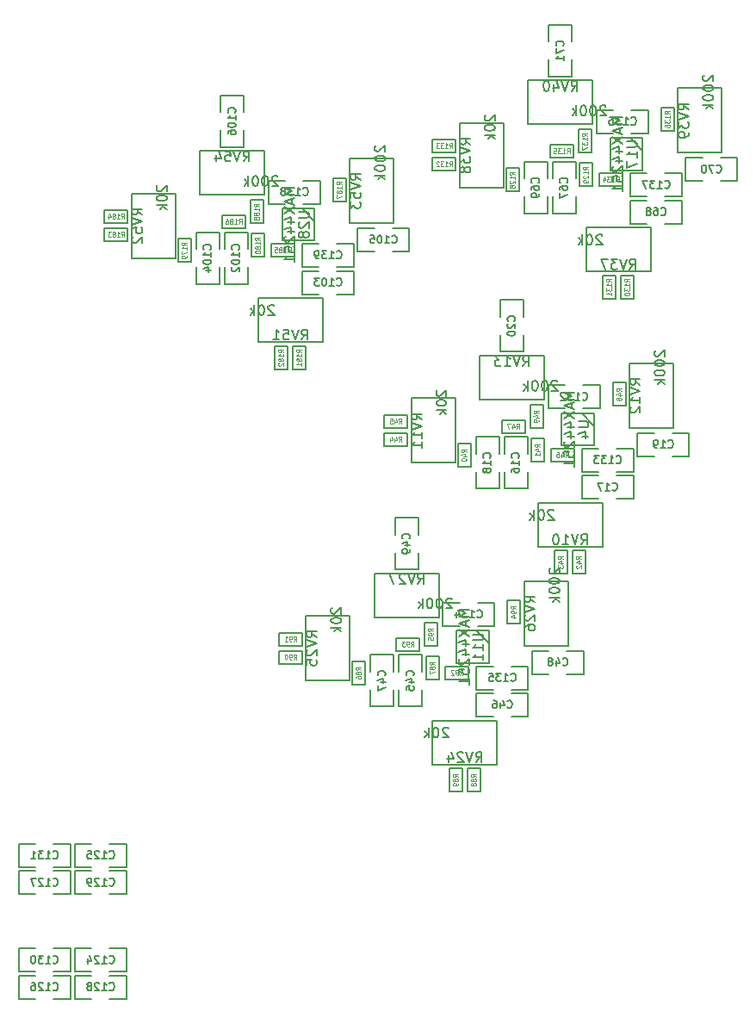
<source format=gbo>
G04 (created by PCBNEW (2013-may-18)-stable) date 2014年05月08日 星期四 10时05分11秒*
%MOIN*%
G04 Gerber Fmt 3.4, Leading zero omitted, Abs format*
%FSLAX34Y34*%
G01*
G70*
G90*
G04 APERTURE LIST*
%ADD10C,0.00590551*%
%ADD11C,0.005*%
%ADD12C,0.008*%
%ADD13C,0.0045*%
%ADD14C,0.006*%
G04 APERTURE END LIST*
G54D10*
G54D11*
X56525Y-30225D02*
X57425Y-30225D01*
X57425Y-30225D02*
X57425Y-30875D01*
X56525Y-31575D02*
X56525Y-32225D01*
X56525Y-32225D02*
X57425Y-32225D01*
X57425Y-32225D02*
X57425Y-31575D01*
X56525Y-30875D02*
X56525Y-30225D01*
X51325Y-45999D02*
X50425Y-45999D01*
X50425Y-45999D02*
X50425Y-45349D01*
X51325Y-44649D02*
X51325Y-43999D01*
X51325Y-43999D02*
X50425Y-43999D01*
X50425Y-43999D02*
X50425Y-44649D01*
X51325Y-45349D02*
X51325Y-45999D01*
X49475Y-49299D02*
X50375Y-49299D01*
X50375Y-49299D02*
X50375Y-49949D01*
X49475Y-50649D02*
X49475Y-51299D01*
X49475Y-51299D02*
X50375Y-51299D01*
X50375Y-51299D02*
X50375Y-50649D01*
X49475Y-49949D02*
X49475Y-49299D01*
X53575Y-51700D02*
X53575Y-50800D01*
X53575Y-50800D02*
X54225Y-50800D01*
X54925Y-51700D02*
X55575Y-51700D01*
X55575Y-51700D02*
X55575Y-50800D01*
X55575Y-50800D02*
X54925Y-50800D01*
X54225Y-51700D02*
X53575Y-51700D01*
X55725Y-50049D02*
X55725Y-49149D01*
X55725Y-49149D02*
X56375Y-49149D01*
X57075Y-50049D02*
X57725Y-50049D01*
X57725Y-50049D02*
X57725Y-49149D01*
X57725Y-49149D02*
X57075Y-49149D01*
X56375Y-50049D02*
X55725Y-50049D01*
X55425Y-30225D02*
X56325Y-30225D01*
X56325Y-30225D02*
X56325Y-30875D01*
X55425Y-31575D02*
X55425Y-32225D01*
X55425Y-32225D02*
X56325Y-32225D01*
X56325Y-32225D02*
X56325Y-31575D01*
X55425Y-30875D02*
X55425Y-30225D01*
X59525Y-32625D02*
X59525Y-31725D01*
X59525Y-31725D02*
X60175Y-31725D01*
X60875Y-32625D02*
X61525Y-32625D01*
X61525Y-32625D02*
X61525Y-31725D01*
X61525Y-31725D02*
X60875Y-31725D01*
X60175Y-32625D02*
X59525Y-32625D01*
X57275Y-26925D02*
X56375Y-26925D01*
X56375Y-26925D02*
X56375Y-26275D01*
X57275Y-25575D02*
X57275Y-24925D01*
X57275Y-24925D02*
X56375Y-24925D01*
X56375Y-24925D02*
X56375Y-25575D01*
X57275Y-26275D02*
X57275Y-26925D01*
X61675Y-30975D02*
X61675Y-30075D01*
X61675Y-30075D02*
X62325Y-30075D01*
X63025Y-30975D02*
X63675Y-30975D01*
X63675Y-30975D02*
X63675Y-30075D01*
X63675Y-30075D02*
X63025Y-30075D01*
X62325Y-30975D02*
X61675Y-30975D01*
X50575Y-49299D02*
X51475Y-49299D01*
X51475Y-49299D02*
X51475Y-49949D01*
X50575Y-50649D02*
X50575Y-51299D01*
X50575Y-51299D02*
X51475Y-51299D01*
X51475Y-51299D02*
X51475Y-50649D01*
X50575Y-49949D02*
X50575Y-49299D01*
X48975Y-33700D02*
X48975Y-32800D01*
X48975Y-32800D02*
X49625Y-32800D01*
X50325Y-33700D02*
X50975Y-33700D01*
X50975Y-33700D02*
X50975Y-32800D01*
X50975Y-32800D02*
X50325Y-32800D01*
X49625Y-33700D02*
X48975Y-33700D01*
X44575Y-29650D02*
X43675Y-29650D01*
X43675Y-29650D02*
X43675Y-29000D01*
X44575Y-28300D02*
X44575Y-27650D01*
X44575Y-27650D02*
X43675Y-27650D01*
X43675Y-27650D02*
X43675Y-28300D01*
X44575Y-29000D02*
X44575Y-29650D01*
X46825Y-35349D02*
X46825Y-34449D01*
X46825Y-34449D02*
X47475Y-34449D01*
X48175Y-35349D02*
X48825Y-35349D01*
X48825Y-35349D02*
X48825Y-34449D01*
X48825Y-34449D02*
X48175Y-34449D01*
X47475Y-35349D02*
X46825Y-35349D01*
X42725Y-32950D02*
X43625Y-32950D01*
X43625Y-32950D02*
X43625Y-33600D01*
X42725Y-34300D02*
X42725Y-34950D01*
X42725Y-34950D02*
X43625Y-34950D01*
X43625Y-34950D02*
X43625Y-34300D01*
X42725Y-33600D02*
X42725Y-32950D01*
X43825Y-32950D02*
X44725Y-32950D01*
X44725Y-32950D02*
X44725Y-33600D01*
X43825Y-34300D02*
X43825Y-34950D01*
X43825Y-34950D02*
X44725Y-34950D01*
X44725Y-34950D02*
X44725Y-34300D01*
X43825Y-33600D02*
X43825Y-32950D01*
X37850Y-60675D02*
X37850Y-61575D01*
X37850Y-61575D02*
X37200Y-61575D01*
X36500Y-60675D02*
X35850Y-60675D01*
X35850Y-60675D02*
X35850Y-61575D01*
X35850Y-61575D02*
X36500Y-61575D01*
X37200Y-60675D02*
X37850Y-60675D01*
X38025Y-61575D02*
X38025Y-60675D01*
X38025Y-60675D02*
X38675Y-60675D01*
X39375Y-61575D02*
X40025Y-61575D01*
X40025Y-61575D02*
X40025Y-60675D01*
X40025Y-60675D02*
X39375Y-60675D01*
X38675Y-61575D02*
X38025Y-61575D01*
X40025Y-56625D02*
X40025Y-57525D01*
X40025Y-57525D02*
X39375Y-57525D01*
X38675Y-56625D02*
X38025Y-56625D01*
X38025Y-56625D02*
X38025Y-57525D01*
X38025Y-57525D02*
X38675Y-57525D01*
X39375Y-56625D02*
X40025Y-56625D01*
X37850Y-61725D02*
X37850Y-62625D01*
X37850Y-62625D02*
X37200Y-62625D01*
X36500Y-61725D02*
X35850Y-61725D01*
X35850Y-61725D02*
X35850Y-62625D01*
X35850Y-62625D02*
X36500Y-62625D01*
X37200Y-61725D02*
X37850Y-61725D01*
X35850Y-58575D02*
X35850Y-57675D01*
X35850Y-57675D02*
X36500Y-57675D01*
X37200Y-58575D02*
X37850Y-58575D01*
X37850Y-58575D02*
X37850Y-57675D01*
X37850Y-57675D02*
X37200Y-57675D01*
X36500Y-58575D02*
X35850Y-58575D01*
X38025Y-62625D02*
X38025Y-61725D01*
X38025Y-61725D02*
X38675Y-61725D01*
X39375Y-62625D02*
X40025Y-62625D01*
X40025Y-62625D02*
X40025Y-61725D01*
X40025Y-61725D02*
X39375Y-61725D01*
X38675Y-62625D02*
X38025Y-62625D01*
X40025Y-57675D02*
X40025Y-58575D01*
X40025Y-58575D02*
X39375Y-58575D01*
X38675Y-57675D02*
X38025Y-57675D01*
X38025Y-57675D02*
X38025Y-58575D01*
X38025Y-58575D02*
X38675Y-58575D01*
X39375Y-57675D02*
X40025Y-57675D01*
X35850Y-57525D02*
X35850Y-56625D01*
X35850Y-56625D02*
X36500Y-56625D01*
X37200Y-57525D02*
X37850Y-57525D01*
X37850Y-57525D02*
X37850Y-56625D01*
X37850Y-56625D02*
X37200Y-56625D01*
X36500Y-57525D02*
X35850Y-57525D01*
X59800Y-41625D02*
X59800Y-40725D01*
X59800Y-40725D02*
X60450Y-40725D01*
X61150Y-41625D02*
X61800Y-41625D01*
X61800Y-41625D02*
X61800Y-40725D01*
X61800Y-40725D02*
X61150Y-40725D01*
X60450Y-41625D02*
X59800Y-41625D01*
X54650Y-40875D02*
X55550Y-40875D01*
X55550Y-40875D02*
X55550Y-41525D01*
X54650Y-42225D02*
X54650Y-42875D01*
X54650Y-42875D02*
X55550Y-42875D01*
X55550Y-42875D02*
X55550Y-42225D01*
X54650Y-41525D02*
X54650Y-40875D01*
X55400Y-37575D02*
X54500Y-37575D01*
X54500Y-37575D02*
X54500Y-36925D01*
X55400Y-36225D02*
X55400Y-35575D01*
X55400Y-35575D02*
X54500Y-35575D01*
X54500Y-35575D02*
X54500Y-36225D01*
X55400Y-36925D02*
X55400Y-37575D01*
X57650Y-43275D02*
X57650Y-42375D01*
X57650Y-42375D02*
X58300Y-42375D01*
X59000Y-43275D02*
X59650Y-43275D01*
X59650Y-43275D02*
X59650Y-42375D01*
X59650Y-42375D02*
X59000Y-42375D01*
X58300Y-43275D02*
X57650Y-43275D01*
X53550Y-40875D02*
X54450Y-40875D01*
X54450Y-40875D02*
X54450Y-41525D01*
X53550Y-42225D02*
X53550Y-42875D01*
X53550Y-42875D02*
X54450Y-42875D01*
X54450Y-42875D02*
X54450Y-42225D01*
X53550Y-41525D02*
X53550Y-40875D01*
X59175Y-34625D02*
X59175Y-35525D01*
X59175Y-35525D02*
X59675Y-35525D01*
X59675Y-35525D02*
X59675Y-34625D01*
X59675Y-34625D02*
X59175Y-34625D01*
X51875Y-29875D02*
X52775Y-29875D01*
X52775Y-29875D02*
X52775Y-29375D01*
X52775Y-29375D02*
X51875Y-29375D01*
X51875Y-29375D02*
X51875Y-29875D01*
X58975Y-35525D02*
X58975Y-34625D01*
X58975Y-34625D02*
X58475Y-34625D01*
X58475Y-34625D02*
X58475Y-35525D01*
X58475Y-35525D02*
X58975Y-35525D01*
X58325Y-31175D02*
X59225Y-31175D01*
X59225Y-31175D02*
X59225Y-30675D01*
X59225Y-30675D02*
X58325Y-30675D01*
X58325Y-30675D02*
X58325Y-31175D01*
X56425Y-30075D02*
X57325Y-30075D01*
X57325Y-30075D02*
X57325Y-29575D01*
X57325Y-29575D02*
X56425Y-29575D01*
X56425Y-29575D02*
X56425Y-30075D01*
X60725Y-28125D02*
X60725Y-29025D01*
X60725Y-29025D02*
X61225Y-29025D01*
X61225Y-29025D02*
X61225Y-28125D01*
X61225Y-28125D02*
X60725Y-28125D01*
X54725Y-30475D02*
X54725Y-31375D01*
X54725Y-31375D02*
X55225Y-31375D01*
X55225Y-31375D02*
X55225Y-30475D01*
X55225Y-30475D02*
X54725Y-30475D01*
X57575Y-30275D02*
X57575Y-31175D01*
X57575Y-31175D02*
X58075Y-31175D01*
X58075Y-31175D02*
X58075Y-30275D01*
X58075Y-30275D02*
X57575Y-30275D01*
X57525Y-28975D02*
X57525Y-29875D01*
X57525Y-29875D02*
X58025Y-29875D01*
X58025Y-29875D02*
X58025Y-28975D01*
X58025Y-28975D02*
X57525Y-28975D01*
X52775Y-30075D02*
X51875Y-30075D01*
X51875Y-30075D02*
X51875Y-30575D01*
X51875Y-30575D02*
X52775Y-30575D01*
X52775Y-30575D02*
X52775Y-30075D01*
X43725Y-32800D02*
X44625Y-32800D01*
X44625Y-32800D02*
X44625Y-32300D01*
X44625Y-32300D02*
X43725Y-32300D01*
X43725Y-32300D02*
X43725Y-32800D01*
X48025Y-30849D02*
X48025Y-31749D01*
X48025Y-31749D02*
X48525Y-31749D01*
X48525Y-31749D02*
X48525Y-30849D01*
X48525Y-30849D02*
X48025Y-30849D01*
X45625Y-33900D02*
X46525Y-33900D01*
X46525Y-33900D02*
X46525Y-33400D01*
X46525Y-33400D02*
X45625Y-33400D01*
X45625Y-33400D02*
X45625Y-33900D01*
X46275Y-38249D02*
X46275Y-37349D01*
X46275Y-37349D02*
X45775Y-37349D01*
X45775Y-37349D02*
X45775Y-38249D01*
X45775Y-38249D02*
X46275Y-38249D01*
X46475Y-37349D02*
X46475Y-38249D01*
X46475Y-38249D02*
X46975Y-38249D01*
X46975Y-38249D02*
X46975Y-37349D01*
X46975Y-37349D02*
X46475Y-37349D01*
X39175Y-32600D02*
X40075Y-32600D01*
X40075Y-32600D02*
X40075Y-32100D01*
X40075Y-32100D02*
X39175Y-32100D01*
X39175Y-32100D02*
X39175Y-32600D01*
X40075Y-32800D02*
X39175Y-32800D01*
X39175Y-32800D02*
X39175Y-33300D01*
X39175Y-33300D02*
X40075Y-33300D01*
X40075Y-33300D02*
X40075Y-32800D01*
X44825Y-31700D02*
X44825Y-32600D01*
X44825Y-32600D02*
X45325Y-32600D01*
X45325Y-32600D02*
X45325Y-31700D01*
X45325Y-31700D02*
X44825Y-31700D01*
X44875Y-33000D02*
X44875Y-33900D01*
X44875Y-33900D02*
X45375Y-33900D01*
X45375Y-33900D02*
X45375Y-33000D01*
X45375Y-33000D02*
X44875Y-33000D01*
X42025Y-33200D02*
X42025Y-34100D01*
X42025Y-34100D02*
X42525Y-34100D01*
X42525Y-34100D02*
X42525Y-33200D01*
X42525Y-33200D02*
X42025Y-33200D01*
X50900Y-40725D02*
X50000Y-40725D01*
X50000Y-40725D02*
X50000Y-41225D01*
X50000Y-41225D02*
X50900Y-41225D01*
X50900Y-41225D02*
X50900Y-40725D01*
X52850Y-41125D02*
X52850Y-42025D01*
X52850Y-42025D02*
X53350Y-42025D01*
X53350Y-42025D02*
X53350Y-41125D01*
X53350Y-41125D02*
X52850Y-41125D01*
X55700Y-40925D02*
X55700Y-41825D01*
X55700Y-41825D02*
X56200Y-41825D01*
X56200Y-41825D02*
X56200Y-40925D01*
X56200Y-40925D02*
X55700Y-40925D01*
X55650Y-39625D02*
X55650Y-40525D01*
X55650Y-40525D02*
X56150Y-40525D01*
X56150Y-40525D02*
X56150Y-39625D01*
X56150Y-39625D02*
X55650Y-39625D01*
X54550Y-40725D02*
X55450Y-40725D01*
X55450Y-40725D02*
X55450Y-40225D01*
X55450Y-40225D02*
X54550Y-40225D01*
X54550Y-40225D02*
X54550Y-40725D01*
X50000Y-40525D02*
X50900Y-40525D01*
X50900Y-40525D02*
X50900Y-40025D01*
X50900Y-40025D02*
X50000Y-40025D01*
X50000Y-40025D02*
X50000Y-40525D01*
X57300Y-45275D02*
X57300Y-46175D01*
X57300Y-46175D02*
X57800Y-46175D01*
X57800Y-46175D02*
X57800Y-45275D01*
X57800Y-45275D02*
X57300Y-45275D01*
X57100Y-46175D02*
X57100Y-45275D01*
X57100Y-45275D02*
X56600Y-45275D01*
X56600Y-45275D02*
X56600Y-46175D01*
X56600Y-46175D02*
X57100Y-46175D01*
X56450Y-41825D02*
X57350Y-41825D01*
X57350Y-41825D02*
X57350Y-41325D01*
X57350Y-41325D02*
X56450Y-41325D01*
X56450Y-41325D02*
X56450Y-41825D01*
X58850Y-38775D02*
X58850Y-39675D01*
X58850Y-39675D02*
X59350Y-39675D01*
X59350Y-39675D02*
X59350Y-38775D01*
X59350Y-38775D02*
X58850Y-38775D01*
X48775Y-49549D02*
X48775Y-50449D01*
X48775Y-50449D02*
X49275Y-50449D01*
X49275Y-50449D02*
X49275Y-49549D01*
X49275Y-49549D02*
X48775Y-49549D01*
X51625Y-49349D02*
X51625Y-50249D01*
X51625Y-50249D02*
X52125Y-50249D01*
X52125Y-50249D02*
X52125Y-49349D01*
X52125Y-49349D02*
X51625Y-49349D01*
X51575Y-48049D02*
X51575Y-48949D01*
X51575Y-48949D02*
X52075Y-48949D01*
X52075Y-48949D02*
X52075Y-48049D01*
X52075Y-48049D02*
X51575Y-48049D01*
X50475Y-49149D02*
X51375Y-49149D01*
X51375Y-49149D02*
X51375Y-48649D01*
X51375Y-48649D02*
X50475Y-48649D01*
X50475Y-48649D02*
X50475Y-49149D01*
X45925Y-48949D02*
X46825Y-48949D01*
X46825Y-48949D02*
X46825Y-48449D01*
X46825Y-48449D02*
X45925Y-48449D01*
X45925Y-48449D02*
X45925Y-48949D01*
X54775Y-47200D02*
X54775Y-48100D01*
X54775Y-48100D02*
X55275Y-48100D01*
X55275Y-48100D02*
X55275Y-47200D01*
X55275Y-47200D02*
X54775Y-47200D01*
X52375Y-50249D02*
X53275Y-50249D01*
X53275Y-50249D02*
X53275Y-49749D01*
X53275Y-49749D02*
X52375Y-49749D01*
X52375Y-49749D02*
X52375Y-50249D01*
X53025Y-54600D02*
X53025Y-53700D01*
X53025Y-53700D02*
X52525Y-53700D01*
X52525Y-53700D02*
X52525Y-54600D01*
X52525Y-54600D02*
X53025Y-54600D01*
X53225Y-53700D02*
X53225Y-54600D01*
X53225Y-54600D02*
X53725Y-54600D01*
X53725Y-54600D02*
X53725Y-53700D01*
X53725Y-53700D02*
X53225Y-53700D01*
X46825Y-49149D02*
X45925Y-49149D01*
X45925Y-49149D02*
X45925Y-49649D01*
X45925Y-49649D02*
X46825Y-49649D01*
X46825Y-49649D02*
X46825Y-49149D01*
G54D12*
X60000Y-29800D02*
X59525Y-29300D01*
X60000Y-29300D02*
X60000Y-30550D01*
X60000Y-30550D02*
X58750Y-30550D01*
X58750Y-30550D02*
X58750Y-29300D01*
X58750Y-29300D02*
X60000Y-29300D01*
X58125Y-40450D02*
X57650Y-39950D01*
X58125Y-39950D02*
X58125Y-41200D01*
X58125Y-41200D02*
X56875Y-41200D01*
X56875Y-41200D02*
X56875Y-39950D01*
X56875Y-39950D02*
X58125Y-39950D01*
X47300Y-32525D02*
X46825Y-32025D01*
X47300Y-32025D02*
X47300Y-33275D01*
X47300Y-33275D02*
X46050Y-33275D01*
X46050Y-33275D02*
X46050Y-32025D01*
X46050Y-32025D02*
X47300Y-32025D01*
X54050Y-48874D02*
X53575Y-48374D01*
X54050Y-48374D02*
X54050Y-49624D01*
X54050Y-49624D02*
X52800Y-49624D01*
X52800Y-49624D02*
X52800Y-48374D01*
X52800Y-48374D02*
X54050Y-48374D01*
G54D10*
X47625Y-35500D02*
X45125Y-35500D01*
X45125Y-35500D02*
X45125Y-37200D01*
X45125Y-37200D02*
X47625Y-37200D01*
X47625Y-37200D02*
X47625Y-35500D01*
X50375Y-32600D02*
X50375Y-30100D01*
X50375Y-30100D02*
X48675Y-30100D01*
X48675Y-30100D02*
X48675Y-32600D01*
X48675Y-32600D02*
X50375Y-32600D01*
X60325Y-32775D02*
X57825Y-32775D01*
X57825Y-32775D02*
X57825Y-34475D01*
X57825Y-34475D02*
X60325Y-34475D01*
X60325Y-34475D02*
X60325Y-32775D01*
X49625Y-47849D02*
X52125Y-47849D01*
X52125Y-47849D02*
X52125Y-46149D01*
X52125Y-46149D02*
X49625Y-46149D01*
X49625Y-46149D02*
X49625Y-47849D01*
X48675Y-50300D02*
X48675Y-47800D01*
X48675Y-47800D02*
X46975Y-47800D01*
X46975Y-47800D02*
X46975Y-50300D01*
X46975Y-50300D02*
X48675Y-50300D01*
X54375Y-51849D02*
X51875Y-51849D01*
X51875Y-51849D02*
X51875Y-53549D01*
X51875Y-53549D02*
X54375Y-53549D01*
X54375Y-53549D02*
X54375Y-51849D01*
X57125Y-48949D02*
X57125Y-46449D01*
X57125Y-46449D02*
X55425Y-46449D01*
X55425Y-46449D02*
X55425Y-48949D01*
X55425Y-48949D02*
X57125Y-48949D01*
X63075Y-29875D02*
X63075Y-27375D01*
X63075Y-27375D02*
X61375Y-27375D01*
X61375Y-27375D02*
X61375Y-29875D01*
X61375Y-29875D02*
X63075Y-29875D01*
X42875Y-31500D02*
X45375Y-31500D01*
X45375Y-31500D02*
X45375Y-29800D01*
X45375Y-29800D02*
X42875Y-29800D01*
X42875Y-29800D02*
X42875Y-31500D01*
X54625Y-31225D02*
X54625Y-28725D01*
X54625Y-28725D02*
X52925Y-28725D01*
X52925Y-28725D02*
X52925Y-31225D01*
X52925Y-31225D02*
X54625Y-31225D01*
X55575Y-28775D02*
X58075Y-28775D01*
X58075Y-28775D02*
X58075Y-27075D01*
X58075Y-27075D02*
X55575Y-27075D01*
X55575Y-27075D02*
X55575Y-28775D01*
X41925Y-33949D02*
X41925Y-31449D01*
X41925Y-31449D02*
X40225Y-31449D01*
X40225Y-31449D02*
X40225Y-33949D01*
X40225Y-33949D02*
X41925Y-33949D01*
X53700Y-39425D02*
X56200Y-39425D01*
X56200Y-39425D02*
X56200Y-37725D01*
X56200Y-37725D02*
X53700Y-37725D01*
X53700Y-37725D02*
X53700Y-39425D01*
X52750Y-41875D02*
X52750Y-39375D01*
X52750Y-39375D02*
X51050Y-39375D01*
X51050Y-39375D02*
X51050Y-41875D01*
X51050Y-41875D02*
X52750Y-41875D01*
X58450Y-43425D02*
X55950Y-43425D01*
X55950Y-43425D02*
X55950Y-45125D01*
X55950Y-45125D02*
X58450Y-45125D01*
X58450Y-45125D02*
X58450Y-43425D01*
X61200Y-40525D02*
X61200Y-38025D01*
X61200Y-38025D02*
X59500Y-38025D01*
X59500Y-38025D02*
X59500Y-40525D01*
X59500Y-40525D02*
X61200Y-40525D01*
G54D11*
X56350Y-39775D02*
X56350Y-38875D01*
X56350Y-38875D02*
X57000Y-38875D01*
X57700Y-39775D02*
X58350Y-39775D01*
X58350Y-39775D02*
X58350Y-38875D01*
X58350Y-38875D02*
X57700Y-38875D01*
X57000Y-39775D02*
X56350Y-39775D01*
X59650Y-41325D02*
X59650Y-42225D01*
X59650Y-42225D02*
X59000Y-42225D01*
X58300Y-41325D02*
X57650Y-41325D01*
X57650Y-41325D02*
X57650Y-42225D01*
X57650Y-42225D02*
X58300Y-42225D01*
X59000Y-41325D02*
X59650Y-41325D01*
X52275Y-48200D02*
X52275Y-47300D01*
X52275Y-47300D02*
X52925Y-47300D01*
X53625Y-48200D02*
X54275Y-48200D01*
X54275Y-48200D02*
X54275Y-47300D01*
X54275Y-47300D02*
X53625Y-47300D01*
X52925Y-48200D02*
X52275Y-48200D01*
X55575Y-49749D02*
X55575Y-50649D01*
X55575Y-50649D02*
X54925Y-50649D01*
X54225Y-49749D02*
X53575Y-49749D01*
X53575Y-49749D02*
X53575Y-50649D01*
X53575Y-50649D02*
X54225Y-50649D01*
X54925Y-49749D02*
X55575Y-49749D01*
X58225Y-29125D02*
X58225Y-28225D01*
X58225Y-28225D02*
X58875Y-28225D01*
X59575Y-29125D02*
X60225Y-29125D01*
X60225Y-29125D02*
X60225Y-28225D01*
X60225Y-28225D02*
X59575Y-28225D01*
X58875Y-29125D02*
X58225Y-29125D01*
X61525Y-30675D02*
X61525Y-31575D01*
X61525Y-31575D02*
X60875Y-31575D01*
X60175Y-30675D02*
X59525Y-30675D01*
X59525Y-30675D02*
X59525Y-31575D01*
X59525Y-31575D02*
X60175Y-31575D01*
X60875Y-30675D02*
X61525Y-30675D01*
X45525Y-31849D02*
X45525Y-30949D01*
X45525Y-30949D02*
X46175Y-30949D01*
X46875Y-31849D02*
X47525Y-31849D01*
X47525Y-31849D02*
X47525Y-30949D01*
X47525Y-30949D02*
X46875Y-30949D01*
X46175Y-31849D02*
X45525Y-31849D01*
X48825Y-33400D02*
X48825Y-34300D01*
X48825Y-34300D02*
X48175Y-34300D01*
X47475Y-33400D02*
X46825Y-33400D01*
X46825Y-33400D02*
X46825Y-34300D01*
X46825Y-34300D02*
X47475Y-34300D01*
X48175Y-33400D02*
X48825Y-33400D01*
X57067Y-31032D02*
X57082Y-31017D01*
X57096Y-30975D01*
X57096Y-30946D01*
X57082Y-30903D01*
X57053Y-30875D01*
X57025Y-30860D01*
X56967Y-30846D01*
X56925Y-30846D01*
X56867Y-30860D01*
X56839Y-30875D01*
X56810Y-30903D01*
X56796Y-30946D01*
X56796Y-30975D01*
X56810Y-31017D01*
X56825Y-31032D01*
X56796Y-31289D02*
X56796Y-31232D01*
X56810Y-31203D01*
X56825Y-31189D01*
X56867Y-31160D01*
X56925Y-31146D01*
X57039Y-31146D01*
X57067Y-31160D01*
X57082Y-31175D01*
X57096Y-31203D01*
X57096Y-31260D01*
X57082Y-31289D01*
X57067Y-31303D01*
X57039Y-31317D01*
X56967Y-31317D01*
X56939Y-31303D01*
X56925Y-31289D01*
X56910Y-31260D01*
X56910Y-31203D01*
X56925Y-31175D01*
X56939Y-31160D01*
X56967Y-31146D01*
X56796Y-31417D02*
X56796Y-31617D01*
X57096Y-31489D01*
X50967Y-44806D02*
X50982Y-44792D01*
X50996Y-44749D01*
X50996Y-44721D01*
X50982Y-44678D01*
X50953Y-44649D01*
X50925Y-44635D01*
X50867Y-44621D01*
X50825Y-44621D01*
X50767Y-44635D01*
X50739Y-44649D01*
X50710Y-44678D01*
X50696Y-44721D01*
X50696Y-44749D01*
X50710Y-44792D01*
X50725Y-44806D01*
X50796Y-45064D02*
X50996Y-45064D01*
X50682Y-44992D02*
X50896Y-44921D01*
X50896Y-45106D01*
X50996Y-45235D02*
X50996Y-45292D01*
X50982Y-45321D01*
X50967Y-45335D01*
X50925Y-45364D01*
X50867Y-45378D01*
X50753Y-45378D01*
X50725Y-45364D01*
X50710Y-45349D01*
X50696Y-45321D01*
X50696Y-45264D01*
X50710Y-45235D01*
X50725Y-45221D01*
X50753Y-45206D01*
X50825Y-45206D01*
X50853Y-45221D01*
X50867Y-45235D01*
X50882Y-45264D01*
X50882Y-45321D01*
X50867Y-45349D01*
X50853Y-45364D01*
X50825Y-45378D01*
X50017Y-50106D02*
X50032Y-50092D01*
X50046Y-50049D01*
X50046Y-50021D01*
X50032Y-49978D01*
X50003Y-49949D01*
X49975Y-49935D01*
X49917Y-49921D01*
X49875Y-49921D01*
X49817Y-49935D01*
X49789Y-49949D01*
X49760Y-49978D01*
X49746Y-50021D01*
X49746Y-50049D01*
X49760Y-50092D01*
X49775Y-50106D01*
X49846Y-50364D02*
X50046Y-50364D01*
X49732Y-50292D02*
X49946Y-50221D01*
X49946Y-50406D01*
X49746Y-50492D02*
X49746Y-50692D01*
X50046Y-50564D01*
X54767Y-51343D02*
X54782Y-51357D01*
X54825Y-51371D01*
X54853Y-51371D01*
X54896Y-51357D01*
X54925Y-51328D01*
X54939Y-51300D01*
X54953Y-51243D01*
X54953Y-51200D01*
X54939Y-51143D01*
X54925Y-51114D01*
X54896Y-51085D01*
X54853Y-51071D01*
X54825Y-51071D01*
X54782Y-51085D01*
X54767Y-51100D01*
X54510Y-51171D02*
X54510Y-51371D01*
X54582Y-51057D02*
X54653Y-51271D01*
X54467Y-51271D01*
X54225Y-51071D02*
X54282Y-51071D01*
X54310Y-51085D01*
X54325Y-51100D01*
X54353Y-51143D01*
X54367Y-51200D01*
X54367Y-51314D01*
X54353Y-51343D01*
X54339Y-51357D01*
X54310Y-51371D01*
X54253Y-51371D01*
X54225Y-51357D01*
X54210Y-51343D01*
X54196Y-51314D01*
X54196Y-51243D01*
X54210Y-51214D01*
X54225Y-51200D01*
X54253Y-51185D01*
X54310Y-51185D01*
X54339Y-51200D01*
X54353Y-51214D01*
X54367Y-51243D01*
X56917Y-49692D02*
X56932Y-49706D01*
X56975Y-49721D01*
X57003Y-49721D01*
X57046Y-49706D01*
X57075Y-49678D01*
X57089Y-49649D01*
X57103Y-49592D01*
X57103Y-49549D01*
X57089Y-49492D01*
X57075Y-49464D01*
X57046Y-49435D01*
X57003Y-49421D01*
X56975Y-49421D01*
X56932Y-49435D01*
X56917Y-49449D01*
X56660Y-49521D02*
X56660Y-49721D01*
X56732Y-49406D02*
X56803Y-49621D01*
X56617Y-49621D01*
X56460Y-49549D02*
X56489Y-49535D01*
X56503Y-49521D01*
X56517Y-49492D01*
X56517Y-49478D01*
X56503Y-49449D01*
X56489Y-49435D01*
X56460Y-49421D01*
X56403Y-49421D01*
X56375Y-49435D01*
X56360Y-49449D01*
X56346Y-49478D01*
X56346Y-49492D01*
X56360Y-49521D01*
X56375Y-49535D01*
X56403Y-49549D01*
X56460Y-49549D01*
X56489Y-49564D01*
X56503Y-49578D01*
X56517Y-49606D01*
X56517Y-49664D01*
X56503Y-49692D01*
X56489Y-49706D01*
X56460Y-49721D01*
X56403Y-49721D01*
X56375Y-49706D01*
X56360Y-49692D01*
X56346Y-49664D01*
X56346Y-49606D01*
X56360Y-49578D01*
X56375Y-49564D01*
X56403Y-49549D01*
X55967Y-31032D02*
X55982Y-31017D01*
X55996Y-30975D01*
X55996Y-30946D01*
X55982Y-30903D01*
X55953Y-30875D01*
X55925Y-30860D01*
X55867Y-30846D01*
X55825Y-30846D01*
X55767Y-30860D01*
X55739Y-30875D01*
X55710Y-30903D01*
X55696Y-30946D01*
X55696Y-30975D01*
X55710Y-31017D01*
X55725Y-31032D01*
X55696Y-31289D02*
X55696Y-31232D01*
X55710Y-31203D01*
X55725Y-31189D01*
X55767Y-31160D01*
X55825Y-31146D01*
X55939Y-31146D01*
X55967Y-31160D01*
X55982Y-31175D01*
X55996Y-31203D01*
X55996Y-31260D01*
X55982Y-31289D01*
X55967Y-31303D01*
X55939Y-31317D01*
X55867Y-31317D01*
X55839Y-31303D01*
X55825Y-31289D01*
X55810Y-31260D01*
X55810Y-31203D01*
X55825Y-31175D01*
X55839Y-31160D01*
X55867Y-31146D01*
X55996Y-31460D02*
X55996Y-31517D01*
X55982Y-31546D01*
X55967Y-31560D01*
X55925Y-31589D01*
X55867Y-31603D01*
X55753Y-31603D01*
X55725Y-31589D01*
X55710Y-31575D01*
X55696Y-31546D01*
X55696Y-31489D01*
X55710Y-31460D01*
X55725Y-31446D01*
X55753Y-31432D01*
X55825Y-31432D01*
X55853Y-31446D01*
X55867Y-31460D01*
X55882Y-31489D01*
X55882Y-31546D01*
X55867Y-31575D01*
X55853Y-31589D01*
X55825Y-31603D01*
X60717Y-32267D02*
X60732Y-32282D01*
X60775Y-32296D01*
X60803Y-32296D01*
X60846Y-32282D01*
X60875Y-32253D01*
X60889Y-32225D01*
X60903Y-32167D01*
X60903Y-32125D01*
X60889Y-32067D01*
X60875Y-32039D01*
X60846Y-32010D01*
X60803Y-31996D01*
X60775Y-31996D01*
X60732Y-32010D01*
X60717Y-32025D01*
X60460Y-31996D02*
X60517Y-31996D01*
X60546Y-32010D01*
X60560Y-32025D01*
X60589Y-32067D01*
X60603Y-32125D01*
X60603Y-32239D01*
X60589Y-32267D01*
X60575Y-32282D01*
X60546Y-32296D01*
X60489Y-32296D01*
X60460Y-32282D01*
X60446Y-32267D01*
X60432Y-32239D01*
X60432Y-32167D01*
X60446Y-32139D01*
X60460Y-32125D01*
X60489Y-32110D01*
X60546Y-32110D01*
X60575Y-32125D01*
X60589Y-32139D01*
X60603Y-32167D01*
X60260Y-32125D02*
X60289Y-32110D01*
X60303Y-32096D01*
X60317Y-32067D01*
X60317Y-32053D01*
X60303Y-32025D01*
X60289Y-32010D01*
X60260Y-31996D01*
X60203Y-31996D01*
X60175Y-32010D01*
X60160Y-32025D01*
X60146Y-32053D01*
X60146Y-32067D01*
X60160Y-32096D01*
X60175Y-32110D01*
X60203Y-32125D01*
X60260Y-32125D01*
X60289Y-32139D01*
X60303Y-32153D01*
X60317Y-32182D01*
X60317Y-32239D01*
X60303Y-32267D01*
X60289Y-32282D01*
X60260Y-32296D01*
X60203Y-32296D01*
X60175Y-32282D01*
X60160Y-32267D01*
X60146Y-32239D01*
X60146Y-32182D01*
X60160Y-32153D01*
X60175Y-32139D01*
X60203Y-32125D01*
X56917Y-25732D02*
X56932Y-25717D01*
X56946Y-25675D01*
X56946Y-25646D01*
X56932Y-25603D01*
X56903Y-25575D01*
X56875Y-25560D01*
X56817Y-25546D01*
X56775Y-25546D01*
X56717Y-25560D01*
X56689Y-25575D01*
X56660Y-25603D01*
X56646Y-25646D01*
X56646Y-25675D01*
X56660Y-25717D01*
X56675Y-25732D01*
X56646Y-25832D02*
X56646Y-26032D01*
X56946Y-25903D01*
X56946Y-26303D02*
X56946Y-26132D01*
X56946Y-26217D02*
X56646Y-26217D01*
X56689Y-26189D01*
X56717Y-26160D01*
X56732Y-26132D01*
X62867Y-30617D02*
X62882Y-30632D01*
X62925Y-30646D01*
X62953Y-30646D01*
X62996Y-30632D01*
X63025Y-30603D01*
X63039Y-30575D01*
X63053Y-30517D01*
X63053Y-30475D01*
X63039Y-30417D01*
X63025Y-30389D01*
X62996Y-30360D01*
X62953Y-30346D01*
X62925Y-30346D01*
X62882Y-30360D01*
X62867Y-30375D01*
X62767Y-30346D02*
X62567Y-30346D01*
X62696Y-30646D01*
X62396Y-30346D02*
X62367Y-30346D01*
X62339Y-30360D01*
X62325Y-30375D01*
X62310Y-30403D01*
X62296Y-30460D01*
X62296Y-30532D01*
X62310Y-30589D01*
X62325Y-30617D01*
X62339Y-30632D01*
X62367Y-30646D01*
X62396Y-30646D01*
X62425Y-30632D01*
X62439Y-30617D01*
X62453Y-30589D01*
X62467Y-30532D01*
X62467Y-30460D01*
X62453Y-30403D01*
X62439Y-30375D01*
X62425Y-30360D01*
X62396Y-30346D01*
X51117Y-50106D02*
X51132Y-50092D01*
X51146Y-50049D01*
X51146Y-50021D01*
X51132Y-49978D01*
X51103Y-49949D01*
X51075Y-49935D01*
X51017Y-49921D01*
X50975Y-49921D01*
X50917Y-49935D01*
X50889Y-49949D01*
X50860Y-49978D01*
X50846Y-50021D01*
X50846Y-50049D01*
X50860Y-50092D01*
X50875Y-50106D01*
X50946Y-50364D02*
X51146Y-50364D01*
X50832Y-50292D02*
X51046Y-50221D01*
X51046Y-50406D01*
X50846Y-50664D02*
X50846Y-50521D01*
X50989Y-50506D01*
X50975Y-50521D01*
X50960Y-50549D01*
X50960Y-50621D01*
X50975Y-50649D01*
X50989Y-50664D01*
X51017Y-50678D01*
X51089Y-50678D01*
X51117Y-50664D01*
X51132Y-50649D01*
X51146Y-50621D01*
X51146Y-50549D01*
X51132Y-50521D01*
X51117Y-50506D01*
X50310Y-33343D02*
X50325Y-33357D01*
X50367Y-33371D01*
X50396Y-33371D01*
X50439Y-33357D01*
X50467Y-33328D01*
X50482Y-33300D01*
X50496Y-33243D01*
X50496Y-33200D01*
X50482Y-33143D01*
X50467Y-33114D01*
X50439Y-33085D01*
X50396Y-33071D01*
X50367Y-33071D01*
X50325Y-33085D01*
X50310Y-33100D01*
X50025Y-33371D02*
X50196Y-33371D01*
X50110Y-33371D02*
X50110Y-33071D01*
X50139Y-33114D01*
X50167Y-33143D01*
X50196Y-33157D01*
X49839Y-33071D02*
X49810Y-33071D01*
X49782Y-33085D01*
X49767Y-33100D01*
X49753Y-33128D01*
X49739Y-33185D01*
X49739Y-33257D01*
X49753Y-33314D01*
X49767Y-33343D01*
X49782Y-33357D01*
X49810Y-33371D01*
X49839Y-33371D01*
X49867Y-33357D01*
X49882Y-33343D01*
X49896Y-33314D01*
X49910Y-33257D01*
X49910Y-33185D01*
X49896Y-33128D01*
X49882Y-33100D01*
X49867Y-33085D01*
X49839Y-33071D01*
X49467Y-33071D02*
X49610Y-33071D01*
X49625Y-33214D01*
X49610Y-33200D01*
X49582Y-33185D01*
X49510Y-33185D01*
X49482Y-33200D01*
X49467Y-33214D01*
X49453Y-33243D01*
X49453Y-33314D01*
X49467Y-33343D01*
X49482Y-33357D01*
X49510Y-33371D01*
X49582Y-33371D01*
X49610Y-33357D01*
X49625Y-33343D01*
X44217Y-28314D02*
X44232Y-28300D01*
X44246Y-28257D01*
X44246Y-28228D01*
X44232Y-28185D01*
X44203Y-28157D01*
X44175Y-28143D01*
X44117Y-28128D01*
X44075Y-28128D01*
X44017Y-28143D01*
X43989Y-28157D01*
X43960Y-28185D01*
X43946Y-28228D01*
X43946Y-28257D01*
X43960Y-28300D01*
X43975Y-28314D01*
X44246Y-28600D02*
X44246Y-28428D01*
X44246Y-28514D02*
X43946Y-28514D01*
X43989Y-28485D01*
X44017Y-28457D01*
X44032Y-28428D01*
X43946Y-28785D02*
X43946Y-28814D01*
X43960Y-28843D01*
X43975Y-28857D01*
X44003Y-28871D01*
X44060Y-28885D01*
X44132Y-28885D01*
X44189Y-28871D01*
X44217Y-28857D01*
X44232Y-28843D01*
X44246Y-28814D01*
X44246Y-28785D01*
X44232Y-28757D01*
X44217Y-28743D01*
X44189Y-28728D01*
X44132Y-28714D01*
X44060Y-28714D01*
X44003Y-28728D01*
X43975Y-28743D01*
X43960Y-28757D01*
X43946Y-28785D01*
X43946Y-29143D02*
X43946Y-29085D01*
X43960Y-29057D01*
X43975Y-29043D01*
X44017Y-29014D01*
X44075Y-29000D01*
X44189Y-29000D01*
X44217Y-29014D01*
X44232Y-29028D01*
X44246Y-29057D01*
X44246Y-29114D01*
X44232Y-29143D01*
X44217Y-29157D01*
X44189Y-29171D01*
X44117Y-29171D01*
X44089Y-29157D01*
X44075Y-29143D01*
X44060Y-29114D01*
X44060Y-29057D01*
X44075Y-29028D01*
X44089Y-29014D01*
X44117Y-29000D01*
X48160Y-34992D02*
X48175Y-35006D01*
X48217Y-35021D01*
X48246Y-35021D01*
X48289Y-35006D01*
X48317Y-34978D01*
X48332Y-34949D01*
X48346Y-34892D01*
X48346Y-34849D01*
X48332Y-34792D01*
X48317Y-34764D01*
X48289Y-34735D01*
X48246Y-34721D01*
X48217Y-34721D01*
X48175Y-34735D01*
X48160Y-34749D01*
X47875Y-35021D02*
X48046Y-35021D01*
X47960Y-35021D02*
X47960Y-34721D01*
X47989Y-34764D01*
X48017Y-34792D01*
X48046Y-34806D01*
X47689Y-34721D02*
X47660Y-34721D01*
X47632Y-34735D01*
X47617Y-34749D01*
X47603Y-34778D01*
X47589Y-34835D01*
X47589Y-34906D01*
X47603Y-34964D01*
X47617Y-34992D01*
X47632Y-35006D01*
X47660Y-35021D01*
X47689Y-35021D01*
X47717Y-35006D01*
X47732Y-34992D01*
X47746Y-34964D01*
X47760Y-34906D01*
X47760Y-34835D01*
X47746Y-34778D01*
X47732Y-34749D01*
X47717Y-34735D01*
X47689Y-34721D01*
X47489Y-34721D02*
X47303Y-34721D01*
X47403Y-34835D01*
X47360Y-34835D01*
X47332Y-34849D01*
X47317Y-34864D01*
X47303Y-34892D01*
X47303Y-34964D01*
X47317Y-34992D01*
X47332Y-35006D01*
X47360Y-35021D01*
X47446Y-35021D01*
X47475Y-35006D01*
X47489Y-34992D01*
X43267Y-33614D02*
X43282Y-33600D01*
X43296Y-33557D01*
X43296Y-33528D01*
X43282Y-33485D01*
X43253Y-33457D01*
X43225Y-33443D01*
X43167Y-33428D01*
X43125Y-33428D01*
X43067Y-33443D01*
X43039Y-33457D01*
X43010Y-33485D01*
X42996Y-33528D01*
X42996Y-33557D01*
X43010Y-33600D01*
X43025Y-33614D01*
X43296Y-33900D02*
X43296Y-33728D01*
X43296Y-33814D02*
X42996Y-33814D01*
X43039Y-33785D01*
X43067Y-33757D01*
X43082Y-33728D01*
X42996Y-34085D02*
X42996Y-34114D01*
X43010Y-34143D01*
X43025Y-34157D01*
X43053Y-34171D01*
X43110Y-34185D01*
X43182Y-34185D01*
X43239Y-34171D01*
X43267Y-34157D01*
X43282Y-34143D01*
X43296Y-34114D01*
X43296Y-34085D01*
X43282Y-34057D01*
X43267Y-34043D01*
X43239Y-34028D01*
X43182Y-34014D01*
X43110Y-34014D01*
X43053Y-34028D01*
X43025Y-34043D01*
X43010Y-34057D01*
X42996Y-34085D01*
X43096Y-34443D02*
X43296Y-34443D01*
X42982Y-34371D02*
X43196Y-34300D01*
X43196Y-34485D01*
X44367Y-33614D02*
X44382Y-33600D01*
X44396Y-33557D01*
X44396Y-33528D01*
X44382Y-33485D01*
X44353Y-33457D01*
X44325Y-33443D01*
X44267Y-33428D01*
X44225Y-33428D01*
X44167Y-33443D01*
X44139Y-33457D01*
X44110Y-33485D01*
X44096Y-33528D01*
X44096Y-33557D01*
X44110Y-33600D01*
X44125Y-33614D01*
X44396Y-33900D02*
X44396Y-33728D01*
X44396Y-33814D02*
X44096Y-33814D01*
X44139Y-33785D01*
X44167Y-33757D01*
X44182Y-33728D01*
X44096Y-34085D02*
X44096Y-34114D01*
X44110Y-34143D01*
X44125Y-34157D01*
X44153Y-34171D01*
X44210Y-34185D01*
X44282Y-34185D01*
X44339Y-34171D01*
X44367Y-34157D01*
X44382Y-34143D01*
X44396Y-34114D01*
X44396Y-34085D01*
X44382Y-34057D01*
X44367Y-34043D01*
X44339Y-34028D01*
X44282Y-34014D01*
X44210Y-34014D01*
X44153Y-34028D01*
X44125Y-34043D01*
X44110Y-34057D01*
X44096Y-34085D01*
X44125Y-34300D02*
X44110Y-34314D01*
X44096Y-34343D01*
X44096Y-34414D01*
X44110Y-34443D01*
X44125Y-34457D01*
X44153Y-34471D01*
X44182Y-34471D01*
X44225Y-34457D01*
X44396Y-34285D01*
X44396Y-34471D01*
X37185Y-61217D02*
X37200Y-61232D01*
X37242Y-61246D01*
X37271Y-61246D01*
X37314Y-61232D01*
X37342Y-61203D01*
X37357Y-61175D01*
X37371Y-61117D01*
X37371Y-61075D01*
X37357Y-61017D01*
X37342Y-60989D01*
X37314Y-60960D01*
X37271Y-60946D01*
X37242Y-60946D01*
X37200Y-60960D01*
X37185Y-60975D01*
X36900Y-61246D02*
X37071Y-61246D01*
X36985Y-61246D02*
X36985Y-60946D01*
X37014Y-60989D01*
X37042Y-61017D01*
X37071Y-61032D01*
X36800Y-60946D02*
X36614Y-60946D01*
X36714Y-61060D01*
X36671Y-61060D01*
X36642Y-61075D01*
X36628Y-61089D01*
X36614Y-61117D01*
X36614Y-61189D01*
X36628Y-61217D01*
X36642Y-61232D01*
X36671Y-61246D01*
X36757Y-61246D01*
X36785Y-61232D01*
X36800Y-61217D01*
X36428Y-60946D02*
X36400Y-60946D01*
X36371Y-60960D01*
X36357Y-60975D01*
X36342Y-61003D01*
X36328Y-61060D01*
X36328Y-61132D01*
X36342Y-61189D01*
X36357Y-61217D01*
X36371Y-61232D01*
X36400Y-61246D01*
X36428Y-61246D01*
X36457Y-61232D01*
X36471Y-61217D01*
X36485Y-61189D01*
X36500Y-61132D01*
X36500Y-61060D01*
X36485Y-61003D01*
X36471Y-60975D01*
X36457Y-60960D01*
X36428Y-60946D01*
X39360Y-61217D02*
X39375Y-61232D01*
X39417Y-61246D01*
X39446Y-61246D01*
X39489Y-61232D01*
X39517Y-61203D01*
X39532Y-61175D01*
X39546Y-61117D01*
X39546Y-61075D01*
X39532Y-61017D01*
X39517Y-60989D01*
X39489Y-60960D01*
X39446Y-60946D01*
X39417Y-60946D01*
X39375Y-60960D01*
X39360Y-60975D01*
X39075Y-61246D02*
X39246Y-61246D01*
X39160Y-61246D02*
X39160Y-60946D01*
X39189Y-60989D01*
X39217Y-61017D01*
X39246Y-61032D01*
X38960Y-60975D02*
X38946Y-60960D01*
X38917Y-60946D01*
X38846Y-60946D01*
X38817Y-60960D01*
X38803Y-60975D01*
X38789Y-61003D01*
X38789Y-61032D01*
X38803Y-61075D01*
X38975Y-61246D01*
X38789Y-61246D01*
X38532Y-61046D02*
X38532Y-61246D01*
X38603Y-60932D02*
X38675Y-61146D01*
X38489Y-61146D01*
X39360Y-57167D02*
X39375Y-57182D01*
X39417Y-57196D01*
X39446Y-57196D01*
X39489Y-57182D01*
X39517Y-57153D01*
X39532Y-57125D01*
X39546Y-57067D01*
X39546Y-57025D01*
X39532Y-56967D01*
X39517Y-56939D01*
X39489Y-56910D01*
X39446Y-56896D01*
X39417Y-56896D01*
X39375Y-56910D01*
X39360Y-56925D01*
X39075Y-57196D02*
X39246Y-57196D01*
X39160Y-57196D02*
X39160Y-56896D01*
X39189Y-56939D01*
X39217Y-56967D01*
X39246Y-56982D01*
X38960Y-56925D02*
X38946Y-56910D01*
X38917Y-56896D01*
X38846Y-56896D01*
X38817Y-56910D01*
X38803Y-56925D01*
X38789Y-56953D01*
X38789Y-56982D01*
X38803Y-57025D01*
X38975Y-57196D01*
X38789Y-57196D01*
X38517Y-56896D02*
X38660Y-56896D01*
X38675Y-57039D01*
X38660Y-57025D01*
X38632Y-57010D01*
X38560Y-57010D01*
X38532Y-57025D01*
X38517Y-57039D01*
X38503Y-57067D01*
X38503Y-57139D01*
X38517Y-57167D01*
X38532Y-57182D01*
X38560Y-57196D01*
X38632Y-57196D01*
X38660Y-57182D01*
X38675Y-57167D01*
X37185Y-62267D02*
X37200Y-62282D01*
X37242Y-62296D01*
X37271Y-62296D01*
X37314Y-62282D01*
X37342Y-62253D01*
X37357Y-62225D01*
X37371Y-62167D01*
X37371Y-62125D01*
X37357Y-62067D01*
X37342Y-62039D01*
X37314Y-62010D01*
X37271Y-61996D01*
X37242Y-61996D01*
X37200Y-62010D01*
X37185Y-62025D01*
X36900Y-62296D02*
X37071Y-62296D01*
X36985Y-62296D02*
X36985Y-61996D01*
X37014Y-62039D01*
X37042Y-62067D01*
X37071Y-62082D01*
X36785Y-62025D02*
X36771Y-62010D01*
X36742Y-61996D01*
X36671Y-61996D01*
X36642Y-62010D01*
X36628Y-62025D01*
X36614Y-62053D01*
X36614Y-62082D01*
X36628Y-62125D01*
X36800Y-62296D01*
X36614Y-62296D01*
X36357Y-61996D02*
X36414Y-61996D01*
X36442Y-62010D01*
X36457Y-62025D01*
X36485Y-62067D01*
X36500Y-62125D01*
X36500Y-62239D01*
X36485Y-62267D01*
X36471Y-62282D01*
X36442Y-62296D01*
X36385Y-62296D01*
X36357Y-62282D01*
X36342Y-62267D01*
X36328Y-62239D01*
X36328Y-62167D01*
X36342Y-62139D01*
X36357Y-62125D01*
X36385Y-62110D01*
X36442Y-62110D01*
X36471Y-62125D01*
X36485Y-62139D01*
X36500Y-62167D01*
X37185Y-58217D02*
X37200Y-58232D01*
X37242Y-58246D01*
X37271Y-58246D01*
X37314Y-58232D01*
X37342Y-58203D01*
X37357Y-58175D01*
X37371Y-58117D01*
X37371Y-58075D01*
X37357Y-58017D01*
X37342Y-57989D01*
X37314Y-57960D01*
X37271Y-57946D01*
X37242Y-57946D01*
X37200Y-57960D01*
X37185Y-57975D01*
X36900Y-58246D02*
X37071Y-58246D01*
X36985Y-58246D02*
X36985Y-57946D01*
X37014Y-57989D01*
X37042Y-58017D01*
X37071Y-58032D01*
X36785Y-57975D02*
X36771Y-57960D01*
X36742Y-57946D01*
X36671Y-57946D01*
X36642Y-57960D01*
X36628Y-57975D01*
X36614Y-58003D01*
X36614Y-58032D01*
X36628Y-58075D01*
X36800Y-58246D01*
X36614Y-58246D01*
X36514Y-57946D02*
X36314Y-57946D01*
X36442Y-58246D01*
X39360Y-62267D02*
X39375Y-62282D01*
X39417Y-62296D01*
X39446Y-62296D01*
X39489Y-62282D01*
X39517Y-62253D01*
X39532Y-62225D01*
X39546Y-62167D01*
X39546Y-62125D01*
X39532Y-62067D01*
X39517Y-62039D01*
X39489Y-62010D01*
X39446Y-61996D01*
X39417Y-61996D01*
X39375Y-62010D01*
X39360Y-62025D01*
X39075Y-62296D02*
X39246Y-62296D01*
X39160Y-62296D02*
X39160Y-61996D01*
X39189Y-62039D01*
X39217Y-62067D01*
X39246Y-62082D01*
X38960Y-62025D02*
X38946Y-62010D01*
X38917Y-61996D01*
X38846Y-61996D01*
X38817Y-62010D01*
X38803Y-62025D01*
X38789Y-62053D01*
X38789Y-62082D01*
X38803Y-62125D01*
X38975Y-62296D01*
X38789Y-62296D01*
X38617Y-62125D02*
X38646Y-62110D01*
X38660Y-62096D01*
X38675Y-62067D01*
X38675Y-62053D01*
X38660Y-62025D01*
X38646Y-62010D01*
X38617Y-61996D01*
X38560Y-61996D01*
X38532Y-62010D01*
X38517Y-62025D01*
X38503Y-62053D01*
X38503Y-62067D01*
X38517Y-62096D01*
X38532Y-62110D01*
X38560Y-62125D01*
X38617Y-62125D01*
X38646Y-62139D01*
X38660Y-62153D01*
X38675Y-62182D01*
X38675Y-62239D01*
X38660Y-62267D01*
X38646Y-62282D01*
X38617Y-62296D01*
X38560Y-62296D01*
X38532Y-62282D01*
X38517Y-62267D01*
X38503Y-62239D01*
X38503Y-62182D01*
X38517Y-62153D01*
X38532Y-62139D01*
X38560Y-62125D01*
X39360Y-58217D02*
X39375Y-58232D01*
X39417Y-58246D01*
X39446Y-58246D01*
X39489Y-58232D01*
X39517Y-58203D01*
X39532Y-58175D01*
X39546Y-58117D01*
X39546Y-58075D01*
X39532Y-58017D01*
X39517Y-57989D01*
X39489Y-57960D01*
X39446Y-57946D01*
X39417Y-57946D01*
X39375Y-57960D01*
X39360Y-57975D01*
X39075Y-58246D02*
X39246Y-58246D01*
X39160Y-58246D02*
X39160Y-57946D01*
X39189Y-57989D01*
X39217Y-58017D01*
X39246Y-58032D01*
X38960Y-57975D02*
X38946Y-57960D01*
X38917Y-57946D01*
X38846Y-57946D01*
X38817Y-57960D01*
X38803Y-57975D01*
X38789Y-58003D01*
X38789Y-58032D01*
X38803Y-58075D01*
X38975Y-58246D01*
X38789Y-58246D01*
X38646Y-58246D02*
X38589Y-58246D01*
X38560Y-58232D01*
X38546Y-58217D01*
X38517Y-58175D01*
X38503Y-58117D01*
X38503Y-58003D01*
X38517Y-57975D01*
X38532Y-57960D01*
X38560Y-57946D01*
X38617Y-57946D01*
X38646Y-57960D01*
X38660Y-57975D01*
X38675Y-58003D01*
X38675Y-58075D01*
X38660Y-58103D01*
X38646Y-58117D01*
X38617Y-58132D01*
X38560Y-58132D01*
X38532Y-58117D01*
X38517Y-58103D01*
X38503Y-58075D01*
X37185Y-57167D02*
X37200Y-57182D01*
X37242Y-57196D01*
X37271Y-57196D01*
X37314Y-57182D01*
X37342Y-57153D01*
X37357Y-57125D01*
X37371Y-57067D01*
X37371Y-57025D01*
X37357Y-56967D01*
X37342Y-56939D01*
X37314Y-56910D01*
X37271Y-56896D01*
X37242Y-56896D01*
X37200Y-56910D01*
X37185Y-56925D01*
X36900Y-57196D02*
X37071Y-57196D01*
X36985Y-57196D02*
X36985Y-56896D01*
X37014Y-56939D01*
X37042Y-56967D01*
X37071Y-56982D01*
X36800Y-56896D02*
X36614Y-56896D01*
X36714Y-57010D01*
X36671Y-57010D01*
X36642Y-57025D01*
X36628Y-57039D01*
X36614Y-57067D01*
X36614Y-57139D01*
X36628Y-57167D01*
X36642Y-57182D01*
X36671Y-57196D01*
X36757Y-57196D01*
X36785Y-57182D01*
X36800Y-57167D01*
X36328Y-57196D02*
X36500Y-57196D01*
X36414Y-57196D02*
X36414Y-56896D01*
X36442Y-56939D01*
X36471Y-56967D01*
X36500Y-56982D01*
X60992Y-41267D02*
X61007Y-41282D01*
X61050Y-41296D01*
X61078Y-41296D01*
X61121Y-41282D01*
X61150Y-41253D01*
X61164Y-41225D01*
X61178Y-41167D01*
X61178Y-41125D01*
X61164Y-41067D01*
X61150Y-41039D01*
X61121Y-41010D01*
X61078Y-40996D01*
X61050Y-40996D01*
X61007Y-41010D01*
X60992Y-41025D01*
X60707Y-41296D02*
X60878Y-41296D01*
X60792Y-41296D02*
X60792Y-40996D01*
X60821Y-41039D01*
X60850Y-41067D01*
X60878Y-41082D01*
X60564Y-41296D02*
X60507Y-41296D01*
X60478Y-41282D01*
X60464Y-41267D01*
X60435Y-41225D01*
X60421Y-41167D01*
X60421Y-41053D01*
X60435Y-41025D01*
X60450Y-41010D01*
X60478Y-40996D01*
X60535Y-40996D01*
X60564Y-41010D01*
X60578Y-41025D01*
X60592Y-41053D01*
X60592Y-41125D01*
X60578Y-41153D01*
X60564Y-41167D01*
X60535Y-41182D01*
X60478Y-41182D01*
X60450Y-41167D01*
X60435Y-41153D01*
X60421Y-41125D01*
X55192Y-41682D02*
X55207Y-41667D01*
X55221Y-41625D01*
X55221Y-41596D01*
X55207Y-41553D01*
X55178Y-41525D01*
X55150Y-41510D01*
X55092Y-41496D01*
X55050Y-41496D01*
X54992Y-41510D01*
X54964Y-41525D01*
X54935Y-41553D01*
X54921Y-41596D01*
X54921Y-41625D01*
X54935Y-41667D01*
X54950Y-41682D01*
X55221Y-41967D02*
X55221Y-41796D01*
X55221Y-41882D02*
X54921Y-41882D01*
X54964Y-41853D01*
X54992Y-41825D01*
X55007Y-41796D01*
X54921Y-42225D02*
X54921Y-42167D01*
X54935Y-42139D01*
X54950Y-42125D01*
X54992Y-42096D01*
X55050Y-42082D01*
X55164Y-42082D01*
X55192Y-42096D01*
X55207Y-42110D01*
X55221Y-42139D01*
X55221Y-42196D01*
X55207Y-42225D01*
X55192Y-42239D01*
X55164Y-42253D01*
X55092Y-42253D01*
X55064Y-42239D01*
X55050Y-42225D01*
X55035Y-42196D01*
X55035Y-42139D01*
X55050Y-42110D01*
X55064Y-42096D01*
X55092Y-42082D01*
X55042Y-36382D02*
X55057Y-36367D01*
X55071Y-36325D01*
X55071Y-36296D01*
X55057Y-36253D01*
X55028Y-36225D01*
X55000Y-36210D01*
X54942Y-36196D01*
X54900Y-36196D01*
X54842Y-36210D01*
X54814Y-36225D01*
X54785Y-36253D01*
X54771Y-36296D01*
X54771Y-36325D01*
X54785Y-36367D01*
X54800Y-36382D01*
X54800Y-36496D02*
X54785Y-36510D01*
X54771Y-36539D01*
X54771Y-36610D01*
X54785Y-36639D01*
X54800Y-36653D01*
X54828Y-36667D01*
X54857Y-36667D01*
X54900Y-36653D01*
X55071Y-36482D01*
X55071Y-36667D01*
X54771Y-36853D02*
X54771Y-36882D01*
X54785Y-36910D01*
X54800Y-36925D01*
X54828Y-36939D01*
X54885Y-36953D01*
X54957Y-36953D01*
X55014Y-36939D01*
X55042Y-36925D01*
X55057Y-36910D01*
X55071Y-36882D01*
X55071Y-36853D01*
X55057Y-36825D01*
X55042Y-36810D01*
X55014Y-36796D01*
X54957Y-36782D01*
X54885Y-36782D01*
X54828Y-36796D01*
X54800Y-36810D01*
X54785Y-36825D01*
X54771Y-36853D01*
X58842Y-42917D02*
X58857Y-42932D01*
X58900Y-42946D01*
X58928Y-42946D01*
X58971Y-42932D01*
X59000Y-42903D01*
X59014Y-42875D01*
X59028Y-42817D01*
X59028Y-42775D01*
X59014Y-42717D01*
X59000Y-42689D01*
X58971Y-42660D01*
X58928Y-42646D01*
X58900Y-42646D01*
X58857Y-42660D01*
X58842Y-42675D01*
X58557Y-42946D02*
X58728Y-42946D01*
X58642Y-42946D02*
X58642Y-42646D01*
X58671Y-42689D01*
X58700Y-42717D01*
X58728Y-42732D01*
X58457Y-42646D02*
X58257Y-42646D01*
X58385Y-42946D01*
X54092Y-41682D02*
X54107Y-41667D01*
X54121Y-41625D01*
X54121Y-41596D01*
X54107Y-41553D01*
X54078Y-41525D01*
X54050Y-41510D01*
X53992Y-41496D01*
X53950Y-41496D01*
X53892Y-41510D01*
X53864Y-41525D01*
X53835Y-41553D01*
X53821Y-41596D01*
X53821Y-41625D01*
X53835Y-41667D01*
X53850Y-41682D01*
X54121Y-41967D02*
X54121Y-41796D01*
X54121Y-41882D02*
X53821Y-41882D01*
X53864Y-41853D01*
X53892Y-41825D01*
X53907Y-41796D01*
X53950Y-42139D02*
X53935Y-42110D01*
X53921Y-42096D01*
X53892Y-42082D01*
X53878Y-42082D01*
X53850Y-42096D01*
X53835Y-42110D01*
X53821Y-42139D01*
X53821Y-42196D01*
X53835Y-42225D01*
X53850Y-42239D01*
X53878Y-42253D01*
X53892Y-42253D01*
X53921Y-42239D01*
X53935Y-42225D01*
X53950Y-42196D01*
X53950Y-42139D01*
X53964Y-42110D01*
X53978Y-42096D01*
X54007Y-42082D01*
X54064Y-42082D01*
X54092Y-42096D01*
X54107Y-42110D01*
X54121Y-42139D01*
X54121Y-42196D01*
X54107Y-42225D01*
X54092Y-42239D01*
X54064Y-42253D01*
X54007Y-42253D01*
X53978Y-42239D01*
X53964Y-42225D01*
X53950Y-42196D01*
G54D13*
X59505Y-34873D02*
X59410Y-34813D01*
X59505Y-34770D02*
X59305Y-34770D01*
X59305Y-34839D01*
X59315Y-34856D01*
X59325Y-34865D01*
X59344Y-34873D01*
X59372Y-34873D01*
X59391Y-34865D01*
X59401Y-34856D01*
X59410Y-34839D01*
X59410Y-34770D01*
X59505Y-35045D02*
X59505Y-34942D01*
X59505Y-34993D02*
X59305Y-34993D01*
X59334Y-34976D01*
X59353Y-34959D01*
X59363Y-34942D01*
X59305Y-35105D02*
X59305Y-35216D01*
X59382Y-35156D01*
X59382Y-35182D01*
X59391Y-35199D01*
X59401Y-35207D01*
X59420Y-35216D01*
X59467Y-35216D01*
X59486Y-35207D01*
X59496Y-35199D01*
X59505Y-35182D01*
X59505Y-35130D01*
X59496Y-35113D01*
X59486Y-35105D01*
X59305Y-35327D02*
X59305Y-35345D01*
X59315Y-35362D01*
X59325Y-35370D01*
X59344Y-35379D01*
X59382Y-35387D01*
X59429Y-35387D01*
X59467Y-35379D01*
X59486Y-35370D01*
X59496Y-35362D01*
X59505Y-35345D01*
X59505Y-35327D01*
X59496Y-35310D01*
X59486Y-35302D01*
X59467Y-35293D01*
X59429Y-35285D01*
X59382Y-35285D01*
X59344Y-35293D01*
X59325Y-35302D01*
X59315Y-35310D01*
X59305Y-35327D01*
X52526Y-29705D02*
X52586Y-29610D01*
X52629Y-29705D02*
X52629Y-29505D01*
X52560Y-29505D01*
X52543Y-29515D01*
X52535Y-29525D01*
X52526Y-29544D01*
X52526Y-29572D01*
X52535Y-29591D01*
X52543Y-29601D01*
X52560Y-29610D01*
X52629Y-29610D01*
X52355Y-29705D02*
X52457Y-29705D01*
X52406Y-29705D02*
X52406Y-29505D01*
X52423Y-29534D01*
X52440Y-29553D01*
X52457Y-29563D01*
X52295Y-29505D02*
X52183Y-29505D01*
X52243Y-29582D01*
X52217Y-29582D01*
X52200Y-29591D01*
X52192Y-29601D01*
X52183Y-29620D01*
X52183Y-29667D01*
X52192Y-29686D01*
X52200Y-29696D01*
X52217Y-29705D01*
X52269Y-29705D01*
X52286Y-29696D01*
X52295Y-29686D01*
X52123Y-29505D02*
X52012Y-29505D01*
X52072Y-29582D01*
X52046Y-29582D01*
X52029Y-29591D01*
X52020Y-29601D01*
X52012Y-29620D01*
X52012Y-29667D01*
X52020Y-29686D01*
X52029Y-29696D01*
X52046Y-29705D01*
X52097Y-29705D01*
X52114Y-29696D01*
X52123Y-29686D01*
X58805Y-34873D02*
X58710Y-34813D01*
X58805Y-34770D02*
X58605Y-34770D01*
X58605Y-34839D01*
X58615Y-34856D01*
X58625Y-34865D01*
X58644Y-34873D01*
X58672Y-34873D01*
X58691Y-34865D01*
X58701Y-34856D01*
X58710Y-34839D01*
X58710Y-34770D01*
X58805Y-35045D02*
X58805Y-34942D01*
X58805Y-34993D02*
X58605Y-34993D01*
X58634Y-34976D01*
X58653Y-34959D01*
X58663Y-34942D01*
X58605Y-35105D02*
X58605Y-35216D01*
X58682Y-35156D01*
X58682Y-35182D01*
X58691Y-35199D01*
X58701Y-35207D01*
X58720Y-35216D01*
X58767Y-35216D01*
X58786Y-35207D01*
X58796Y-35199D01*
X58805Y-35182D01*
X58805Y-35130D01*
X58796Y-35113D01*
X58786Y-35105D01*
X58805Y-35387D02*
X58805Y-35285D01*
X58805Y-35336D02*
X58605Y-35336D01*
X58634Y-35319D01*
X58653Y-35302D01*
X58663Y-35285D01*
X58976Y-31005D02*
X59036Y-30910D01*
X59079Y-31005D02*
X59079Y-30805D01*
X59010Y-30805D01*
X58993Y-30815D01*
X58985Y-30825D01*
X58976Y-30844D01*
X58976Y-30872D01*
X58985Y-30891D01*
X58993Y-30901D01*
X59010Y-30910D01*
X59079Y-30910D01*
X58805Y-31005D02*
X58907Y-31005D01*
X58856Y-31005D02*
X58856Y-30805D01*
X58873Y-30834D01*
X58890Y-30853D01*
X58907Y-30863D01*
X58745Y-30805D02*
X58633Y-30805D01*
X58693Y-30882D01*
X58667Y-30882D01*
X58650Y-30891D01*
X58642Y-30901D01*
X58633Y-30920D01*
X58633Y-30967D01*
X58642Y-30986D01*
X58650Y-30996D01*
X58667Y-31005D01*
X58719Y-31005D01*
X58736Y-30996D01*
X58745Y-30986D01*
X58479Y-30872D02*
X58479Y-31005D01*
X58522Y-30796D02*
X58564Y-30939D01*
X58453Y-30939D01*
X57076Y-29905D02*
X57136Y-29810D01*
X57179Y-29905D02*
X57179Y-29705D01*
X57110Y-29705D01*
X57093Y-29715D01*
X57085Y-29725D01*
X57076Y-29744D01*
X57076Y-29772D01*
X57085Y-29791D01*
X57093Y-29801D01*
X57110Y-29810D01*
X57179Y-29810D01*
X56905Y-29905D02*
X57007Y-29905D01*
X56956Y-29905D02*
X56956Y-29705D01*
X56973Y-29734D01*
X56990Y-29753D01*
X57007Y-29763D01*
X56845Y-29705D02*
X56733Y-29705D01*
X56793Y-29782D01*
X56767Y-29782D01*
X56750Y-29791D01*
X56742Y-29801D01*
X56733Y-29820D01*
X56733Y-29867D01*
X56742Y-29886D01*
X56750Y-29896D01*
X56767Y-29905D01*
X56819Y-29905D01*
X56836Y-29896D01*
X56845Y-29886D01*
X56570Y-29705D02*
X56656Y-29705D01*
X56664Y-29801D01*
X56656Y-29791D01*
X56639Y-29782D01*
X56596Y-29782D01*
X56579Y-29791D01*
X56570Y-29801D01*
X56562Y-29820D01*
X56562Y-29867D01*
X56570Y-29886D01*
X56579Y-29896D01*
X56596Y-29905D01*
X56639Y-29905D01*
X56656Y-29896D01*
X56664Y-29886D01*
X61055Y-28373D02*
X60960Y-28313D01*
X61055Y-28270D02*
X60855Y-28270D01*
X60855Y-28339D01*
X60865Y-28356D01*
X60875Y-28365D01*
X60894Y-28373D01*
X60922Y-28373D01*
X60941Y-28365D01*
X60951Y-28356D01*
X60960Y-28339D01*
X60960Y-28270D01*
X61055Y-28545D02*
X61055Y-28442D01*
X61055Y-28493D02*
X60855Y-28493D01*
X60884Y-28476D01*
X60903Y-28459D01*
X60913Y-28442D01*
X60855Y-28605D02*
X60855Y-28716D01*
X60932Y-28656D01*
X60932Y-28682D01*
X60941Y-28699D01*
X60951Y-28707D01*
X60970Y-28716D01*
X61017Y-28716D01*
X61036Y-28707D01*
X61046Y-28699D01*
X61055Y-28682D01*
X61055Y-28630D01*
X61046Y-28613D01*
X61036Y-28605D01*
X60855Y-28870D02*
X60855Y-28836D01*
X60865Y-28819D01*
X60875Y-28810D01*
X60903Y-28793D01*
X60941Y-28785D01*
X61017Y-28785D01*
X61036Y-28793D01*
X61046Y-28802D01*
X61055Y-28819D01*
X61055Y-28853D01*
X61046Y-28870D01*
X61036Y-28879D01*
X61017Y-28887D01*
X60970Y-28887D01*
X60951Y-28879D01*
X60941Y-28870D01*
X60932Y-28853D01*
X60932Y-28819D01*
X60941Y-28802D01*
X60951Y-28793D01*
X60970Y-28785D01*
X55055Y-30723D02*
X54960Y-30663D01*
X55055Y-30620D02*
X54855Y-30620D01*
X54855Y-30689D01*
X54865Y-30706D01*
X54875Y-30715D01*
X54894Y-30723D01*
X54922Y-30723D01*
X54941Y-30715D01*
X54951Y-30706D01*
X54960Y-30689D01*
X54960Y-30620D01*
X55055Y-30895D02*
X55055Y-30792D01*
X55055Y-30843D02*
X54855Y-30843D01*
X54884Y-30826D01*
X54903Y-30809D01*
X54913Y-30792D01*
X54875Y-30963D02*
X54865Y-30972D01*
X54855Y-30989D01*
X54855Y-31032D01*
X54865Y-31049D01*
X54875Y-31057D01*
X54894Y-31066D01*
X54913Y-31066D01*
X54941Y-31057D01*
X55055Y-30955D01*
X55055Y-31066D01*
X54941Y-31169D02*
X54932Y-31152D01*
X54922Y-31143D01*
X54903Y-31135D01*
X54894Y-31135D01*
X54875Y-31143D01*
X54865Y-31152D01*
X54855Y-31169D01*
X54855Y-31203D01*
X54865Y-31220D01*
X54875Y-31229D01*
X54894Y-31237D01*
X54903Y-31237D01*
X54922Y-31229D01*
X54932Y-31220D01*
X54941Y-31203D01*
X54941Y-31169D01*
X54951Y-31152D01*
X54960Y-31143D01*
X54979Y-31135D01*
X55017Y-31135D01*
X55036Y-31143D01*
X55046Y-31152D01*
X55055Y-31169D01*
X55055Y-31203D01*
X55046Y-31220D01*
X55036Y-31229D01*
X55017Y-31237D01*
X54979Y-31237D01*
X54960Y-31229D01*
X54951Y-31220D01*
X54941Y-31203D01*
X57905Y-30523D02*
X57810Y-30463D01*
X57905Y-30420D02*
X57705Y-30420D01*
X57705Y-30489D01*
X57715Y-30506D01*
X57725Y-30515D01*
X57744Y-30523D01*
X57772Y-30523D01*
X57791Y-30515D01*
X57801Y-30506D01*
X57810Y-30489D01*
X57810Y-30420D01*
X57905Y-30695D02*
X57905Y-30592D01*
X57905Y-30643D02*
X57705Y-30643D01*
X57734Y-30626D01*
X57753Y-30609D01*
X57763Y-30592D01*
X57725Y-30763D02*
X57715Y-30772D01*
X57705Y-30789D01*
X57705Y-30832D01*
X57715Y-30849D01*
X57725Y-30857D01*
X57744Y-30866D01*
X57763Y-30866D01*
X57791Y-30857D01*
X57905Y-30755D01*
X57905Y-30866D01*
X57905Y-30952D02*
X57905Y-30986D01*
X57896Y-31003D01*
X57886Y-31012D01*
X57858Y-31029D01*
X57820Y-31037D01*
X57744Y-31037D01*
X57725Y-31029D01*
X57715Y-31020D01*
X57705Y-31003D01*
X57705Y-30969D01*
X57715Y-30952D01*
X57725Y-30943D01*
X57744Y-30935D01*
X57791Y-30935D01*
X57810Y-30943D01*
X57820Y-30952D01*
X57829Y-30969D01*
X57829Y-31003D01*
X57820Y-31020D01*
X57810Y-31029D01*
X57791Y-31037D01*
X57855Y-29223D02*
X57760Y-29163D01*
X57855Y-29120D02*
X57655Y-29120D01*
X57655Y-29189D01*
X57665Y-29206D01*
X57675Y-29215D01*
X57694Y-29223D01*
X57722Y-29223D01*
X57741Y-29215D01*
X57751Y-29206D01*
X57760Y-29189D01*
X57760Y-29120D01*
X57855Y-29395D02*
X57855Y-29292D01*
X57855Y-29343D02*
X57655Y-29343D01*
X57684Y-29326D01*
X57703Y-29309D01*
X57713Y-29292D01*
X57655Y-29455D02*
X57655Y-29566D01*
X57732Y-29506D01*
X57732Y-29532D01*
X57741Y-29549D01*
X57751Y-29557D01*
X57770Y-29566D01*
X57817Y-29566D01*
X57836Y-29557D01*
X57846Y-29549D01*
X57855Y-29532D01*
X57855Y-29480D01*
X57846Y-29463D01*
X57836Y-29455D01*
X57655Y-29626D02*
X57655Y-29746D01*
X57855Y-29669D01*
X52526Y-30405D02*
X52586Y-30310D01*
X52629Y-30405D02*
X52629Y-30205D01*
X52560Y-30205D01*
X52543Y-30215D01*
X52535Y-30225D01*
X52526Y-30244D01*
X52526Y-30272D01*
X52535Y-30291D01*
X52543Y-30301D01*
X52560Y-30310D01*
X52629Y-30310D01*
X52355Y-30405D02*
X52457Y-30405D01*
X52406Y-30405D02*
X52406Y-30205D01*
X52423Y-30234D01*
X52440Y-30253D01*
X52457Y-30263D01*
X52295Y-30205D02*
X52183Y-30205D01*
X52243Y-30282D01*
X52217Y-30282D01*
X52200Y-30291D01*
X52192Y-30301D01*
X52183Y-30320D01*
X52183Y-30367D01*
X52192Y-30386D01*
X52200Y-30396D01*
X52217Y-30405D01*
X52269Y-30405D01*
X52286Y-30396D01*
X52295Y-30386D01*
X52114Y-30225D02*
X52106Y-30215D01*
X52089Y-30205D01*
X52046Y-30205D01*
X52029Y-30215D01*
X52020Y-30225D01*
X52012Y-30244D01*
X52012Y-30263D01*
X52020Y-30291D01*
X52123Y-30405D01*
X52012Y-30405D01*
X44376Y-32631D02*
X44436Y-32535D01*
X44479Y-32631D02*
X44479Y-32431D01*
X44410Y-32431D01*
X44393Y-32440D01*
X44385Y-32450D01*
X44376Y-32469D01*
X44376Y-32497D01*
X44385Y-32516D01*
X44393Y-32526D01*
X44410Y-32535D01*
X44479Y-32535D01*
X44205Y-32631D02*
X44307Y-32631D01*
X44256Y-32631D02*
X44256Y-32431D01*
X44273Y-32459D01*
X44290Y-32478D01*
X44307Y-32488D01*
X44102Y-32516D02*
X44119Y-32507D01*
X44127Y-32497D01*
X44136Y-32478D01*
X44136Y-32469D01*
X44127Y-32450D01*
X44119Y-32440D01*
X44102Y-32431D01*
X44067Y-32431D01*
X44050Y-32440D01*
X44042Y-32450D01*
X44033Y-32469D01*
X44033Y-32478D01*
X44042Y-32497D01*
X44050Y-32507D01*
X44067Y-32516D01*
X44102Y-32516D01*
X44119Y-32526D01*
X44127Y-32535D01*
X44136Y-32554D01*
X44136Y-32593D01*
X44127Y-32612D01*
X44119Y-32621D01*
X44102Y-32631D01*
X44067Y-32631D01*
X44050Y-32621D01*
X44042Y-32612D01*
X44033Y-32593D01*
X44033Y-32554D01*
X44042Y-32535D01*
X44050Y-32526D01*
X44067Y-32516D01*
X43879Y-32431D02*
X43913Y-32431D01*
X43930Y-32440D01*
X43939Y-32450D01*
X43956Y-32478D01*
X43964Y-32516D01*
X43964Y-32593D01*
X43956Y-32612D01*
X43947Y-32621D01*
X43930Y-32631D01*
X43896Y-32631D01*
X43879Y-32621D01*
X43870Y-32612D01*
X43862Y-32593D01*
X43862Y-32545D01*
X43870Y-32526D01*
X43879Y-32516D01*
X43896Y-32507D01*
X43930Y-32507D01*
X43947Y-32516D01*
X43956Y-32526D01*
X43964Y-32545D01*
X48355Y-31098D02*
X48260Y-31038D01*
X48355Y-30995D02*
X48155Y-30995D01*
X48155Y-31064D01*
X48165Y-31081D01*
X48175Y-31089D01*
X48194Y-31098D01*
X48222Y-31098D01*
X48241Y-31089D01*
X48251Y-31081D01*
X48260Y-31064D01*
X48260Y-30995D01*
X48355Y-31269D02*
X48355Y-31166D01*
X48355Y-31218D02*
X48155Y-31218D01*
X48184Y-31201D01*
X48203Y-31184D01*
X48213Y-31166D01*
X48241Y-31372D02*
X48232Y-31355D01*
X48222Y-31346D01*
X48203Y-31338D01*
X48194Y-31338D01*
X48175Y-31346D01*
X48165Y-31355D01*
X48155Y-31372D01*
X48155Y-31406D01*
X48165Y-31424D01*
X48175Y-31432D01*
X48194Y-31441D01*
X48203Y-31441D01*
X48222Y-31432D01*
X48232Y-31424D01*
X48241Y-31406D01*
X48241Y-31372D01*
X48251Y-31355D01*
X48260Y-31346D01*
X48279Y-31338D01*
X48317Y-31338D01*
X48336Y-31346D01*
X48346Y-31355D01*
X48355Y-31372D01*
X48355Y-31406D01*
X48346Y-31424D01*
X48336Y-31432D01*
X48317Y-31441D01*
X48279Y-31441D01*
X48260Y-31432D01*
X48251Y-31424D01*
X48241Y-31406D01*
X48155Y-31501D02*
X48155Y-31621D01*
X48355Y-31544D01*
X46276Y-33731D02*
X46336Y-33635D01*
X46379Y-33731D02*
X46379Y-33531D01*
X46310Y-33531D01*
X46293Y-33540D01*
X46285Y-33550D01*
X46276Y-33569D01*
X46276Y-33597D01*
X46285Y-33616D01*
X46293Y-33626D01*
X46310Y-33635D01*
X46379Y-33635D01*
X46105Y-33731D02*
X46207Y-33731D01*
X46156Y-33731D02*
X46156Y-33531D01*
X46173Y-33559D01*
X46190Y-33578D01*
X46207Y-33588D01*
X46002Y-33616D02*
X46019Y-33607D01*
X46027Y-33597D01*
X46036Y-33578D01*
X46036Y-33569D01*
X46027Y-33550D01*
X46019Y-33540D01*
X46002Y-33531D01*
X45967Y-33531D01*
X45950Y-33540D01*
X45942Y-33550D01*
X45933Y-33569D01*
X45933Y-33578D01*
X45942Y-33597D01*
X45950Y-33607D01*
X45967Y-33616D01*
X46002Y-33616D01*
X46019Y-33626D01*
X46027Y-33635D01*
X46036Y-33654D01*
X46036Y-33693D01*
X46027Y-33712D01*
X46019Y-33721D01*
X46002Y-33731D01*
X45967Y-33731D01*
X45950Y-33721D01*
X45942Y-33712D01*
X45933Y-33693D01*
X45933Y-33654D01*
X45942Y-33635D01*
X45950Y-33626D01*
X45967Y-33616D01*
X45770Y-33531D02*
X45856Y-33531D01*
X45864Y-33626D01*
X45856Y-33616D01*
X45839Y-33607D01*
X45796Y-33607D01*
X45779Y-33616D01*
X45770Y-33626D01*
X45762Y-33645D01*
X45762Y-33693D01*
X45770Y-33712D01*
X45779Y-33721D01*
X45796Y-33731D01*
X45839Y-33731D01*
X45856Y-33721D01*
X45864Y-33712D01*
X46105Y-37598D02*
X46010Y-37538D01*
X46105Y-37495D02*
X45905Y-37495D01*
X45905Y-37564D01*
X45915Y-37581D01*
X45925Y-37589D01*
X45944Y-37598D01*
X45972Y-37598D01*
X45991Y-37589D01*
X46001Y-37581D01*
X46010Y-37564D01*
X46010Y-37495D01*
X46105Y-37769D02*
X46105Y-37666D01*
X46105Y-37718D02*
X45905Y-37718D01*
X45934Y-37701D01*
X45953Y-37684D01*
X45963Y-37666D01*
X45991Y-37872D02*
X45982Y-37855D01*
X45972Y-37846D01*
X45953Y-37838D01*
X45944Y-37838D01*
X45925Y-37846D01*
X45915Y-37855D01*
X45905Y-37872D01*
X45905Y-37906D01*
X45915Y-37924D01*
X45925Y-37932D01*
X45944Y-37941D01*
X45953Y-37941D01*
X45972Y-37932D01*
X45982Y-37924D01*
X45991Y-37906D01*
X45991Y-37872D01*
X46001Y-37855D01*
X46010Y-37846D01*
X46029Y-37838D01*
X46067Y-37838D01*
X46086Y-37846D01*
X46096Y-37855D01*
X46105Y-37872D01*
X46105Y-37906D01*
X46096Y-37924D01*
X46086Y-37932D01*
X46067Y-37941D01*
X46029Y-37941D01*
X46010Y-37932D01*
X46001Y-37924D01*
X45991Y-37906D01*
X45925Y-38009D02*
X45915Y-38018D01*
X45905Y-38035D01*
X45905Y-38078D01*
X45915Y-38095D01*
X45925Y-38104D01*
X45944Y-38112D01*
X45963Y-38112D01*
X45991Y-38104D01*
X46105Y-38001D01*
X46105Y-38112D01*
X46805Y-37598D02*
X46710Y-37538D01*
X46805Y-37495D02*
X46605Y-37495D01*
X46605Y-37564D01*
X46615Y-37581D01*
X46625Y-37589D01*
X46644Y-37598D01*
X46672Y-37598D01*
X46691Y-37589D01*
X46701Y-37581D01*
X46710Y-37564D01*
X46710Y-37495D01*
X46805Y-37769D02*
X46805Y-37666D01*
X46805Y-37718D02*
X46605Y-37718D01*
X46634Y-37701D01*
X46653Y-37684D01*
X46663Y-37666D01*
X46691Y-37872D02*
X46682Y-37855D01*
X46672Y-37846D01*
X46653Y-37838D01*
X46644Y-37838D01*
X46625Y-37846D01*
X46615Y-37855D01*
X46605Y-37872D01*
X46605Y-37906D01*
X46615Y-37924D01*
X46625Y-37932D01*
X46644Y-37941D01*
X46653Y-37941D01*
X46672Y-37932D01*
X46682Y-37924D01*
X46691Y-37906D01*
X46691Y-37872D01*
X46701Y-37855D01*
X46710Y-37846D01*
X46729Y-37838D01*
X46767Y-37838D01*
X46786Y-37846D01*
X46796Y-37855D01*
X46805Y-37872D01*
X46805Y-37906D01*
X46796Y-37924D01*
X46786Y-37932D01*
X46767Y-37941D01*
X46729Y-37941D01*
X46710Y-37932D01*
X46701Y-37924D01*
X46691Y-37906D01*
X46805Y-38112D02*
X46805Y-38009D01*
X46805Y-38061D02*
X46605Y-38061D01*
X46634Y-38044D01*
X46653Y-38026D01*
X46663Y-38009D01*
X39826Y-32431D02*
X39886Y-32335D01*
X39929Y-32431D02*
X39929Y-32231D01*
X39860Y-32231D01*
X39843Y-32240D01*
X39835Y-32250D01*
X39826Y-32269D01*
X39826Y-32297D01*
X39835Y-32316D01*
X39843Y-32326D01*
X39860Y-32335D01*
X39929Y-32335D01*
X39655Y-32431D02*
X39757Y-32431D01*
X39706Y-32431D02*
X39706Y-32231D01*
X39723Y-32259D01*
X39740Y-32278D01*
X39757Y-32288D01*
X39552Y-32316D02*
X39569Y-32307D01*
X39577Y-32297D01*
X39586Y-32278D01*
X39586Y-32269D01*
X39577Y-32250D01*
X39569Y-32240D01*
X39552Y-32231D01*
X39517Y-32231D01*
X39500Y-32240D01*
X39492Y-32250D01*
X39483Y-32269D01*
X39483Y-32278D01*
X39492Y-32297D01*
X39500Y-32307D01*
X39517Y-32316D01*
X39552Y-32316D01*
X39569Y-32326D01*
X39577Y-32335D01*
X39586Y-32354D01*
X39586Y-32393D01*
X39577Y-32412D01*
X39569Y-32421D01*
X39552Y-32431D01*
X39517Y-32431D01*
X39500Y-32421D01*
X39492Y-32412D01*
X39483Y-32393D01*
X39483Y-32354D01*
X39492Y-32335D01*
X39500Y-32326D01*
X39517Y-32316D01*
X39329Y-32297D02*
X39329Y-32431D01*
X39372Y-32221D02*
X39414Y-32364D01*
X39303Y-32364D01*
X39826Y-33131D02*
X39886Y-33035D01*
X39929Y-33131D02*
X39929Y-32931D01*
X39860Y-32931D01*
X39843Y-32940D01*
X39835Y-32950D01*
X39826Y-32969D01*
X39826Y-32997D01*
X39835Y-33016D01*
X39843Y-33026D01*
X39860Y-33035D01*
X39929Y-33035D01*
X39655Y-33131D02*
X39757Y-33131D01*
X39706Y-33131D02*
X39706Y-32931D01*
X39723Y-32959D01*
X39740Y-32978D01*
X39757Y-32988D01*
X39552Y-33016D02*
X39569Y-33007D01*
X39577Y-32997D01*
X39586Y-32978D01*
X39586Y-32969D01*
X39577Y-32950D01*
X39569Y-32940D01*
X39552Y-32931D01*
X39517Y-32931D01*
X39500Y-32940D01*
X39492Y-32950D01*
X39483Y-32969D01*
X39483Y-32978D01*
X39492Y-32997D01*
X39500Y-33007D01*
X39517Y-33016D01*
X39552Y-33016D01*
X39569Y-33026D01*
X39577Y-33035D01*
X39586Y-33054D01*
X39586Y-33093D01*
X39577Y-33112D01*
X39569Y-33121D01*
X39552Y-33131D01*
X39517Y-33131D01*
X39500Y-33121D01*
X39492Y-33112D01*
X39483Y-33093D01*
X39483Y-33054D01*
X39492Y-33035D01*
X39500Y-33026D01*
X39517Y-33016D01*
X39423Y-32931D02*
X39312Y-32931D01*
X39372Y-33007D01*
X39346Y-33007D01*
X39329Y-33016D01*
X39320Y-33026D01*
X39312Y-33045D01*
X39312Y-33093D01*
X39320Y-33112D01*
X39329Y-33121D01*
X39346Y-33131D01*
X39397Y-33131D01*
X39414Y-33121D01*
X39423Y-33112D01*
X45155Y-31948D02*
X45060Y-31888D01*
X45155Y-31845D02*
X44955Y-31845D01*
X44955Y-31914D01*
X44965Y-31931D01*
X44975Y-31940D01*
X44994Y-31948D01*
X45022Y-31948D01*
X45041Y-31940D01*
X45051Y-31931D01*
X45060Y-31914D01*
X45060Y-31845D01*
X45155Y-32120D02*
X45155Y-32017D01*
X45155Y-32068D02*
X44955Y-32068D01*
X44984Y-32051D01*
X45003Y-32034D01*
X45013Y-32017D01*
X45041Y-32223D02*
X45032Y-32205D01*
X45022Y-32197D01*
X45003Y-32188D01*
X44994Y-32188D01*
X44975Y-32197D01*
X44965Y-32205D01*
X44955Y-32223D01*
X44955Y-32257D01*
X44965Y-32274D01*
X44975Y-32283D01*
X44994Y-32291D01*
X45003Y-32291D01*
X45022Y-32283D01*
X45032Y-32274D01*
X45041Y-32257D01*
X45041Y-32223D01*
X45051Y-32205D01*
X45060Y-32197D01*
X45079Y-32188D01*
X45117Y-32188D01*
X45136Y-32197D01*
X45146Y-32205D01*
X45155Y-32223D01*
X45155Y-32257D01*
X45146Y-32274D01*
X45136Y-32283D01*
X45117Y-32291D01*
X45079Y-32291D01*
X45060Y-32283D01*
X45051Y-32274D01*
X45041Y-32257D01*
X45041Y-32394D02*
X45032Y-32377D01*
X45022Y-32368D01*
X45003Y-32360D01*
X44994Y-32360D01*
X44975Y-32368D01*
X44965Y-32377D01*
X44955Y-32394D01*
X44955Y-32428D01*
X44965Y-32445D01*
X44975Y-32454D01*
X44994Y-32463D01*
X45003Y-32463D01*
X45022Y-32454D01*
X45032Y-32445D01*
X45041Y-32428D01*
X45041Y-32394D01*
X45051Y-32377D01*
X45060Y-32368D01*
X45079Y-32360D01*
X45117Y-32360D01*
X45136Y-32368D01*
X45146Y-32377D01*
X45155Y-32394D01*
X45155Y-32428D01*
X45146Y-32445D01*
X45136Y-32454D01*
X45117Y-32463D01*
X45079Y-32463D01*
X45060Y-32454D01*
X45051Y-32445D01*
X45041Y-32428D01*
X45205Y-33248D02*
X45110Y-33188D01*
X45205Y-33145D02*
X45005Y-33145D01*
X45005Y-33214D01*
X45015Y-33231D01*
X45025Y-33240D01*
X45044Y-33248D01*
X45072Y-33248D01*
X45091Y-33240D01*
X45101Y-33231D01*
X45110Y-33214D01*
X45110Y-33145D01*
X45205Y-33420D02*
X45205Y-33317D01*
X45205Y-33368D02*
X45005Y-33368D01*
X45034Y-33351D01*
X45053Y-33334D01*
X45063Y-33317D01*
X45091Y-33523D02*
X45082Y-33505D01*
X45072Y-33497D01*
X45053Y-33488D01*
X45044Y-33488D01*
X45025Y-33497D01*
X45015Y-33505D01*
X45005Y-33523D01*
X45005Y-33557D01*
X45015Y-33574D01*
X45025Y-33583D01*
X45044Y-33591D01*
X45053Y-33591D01*
X45072Y-33583D01*
X45082Y-33574D01*
X45091Y-33557D01*
X45091Y-33523D01*
X45101Y-33505D01*
X45110Y-33497D01*
X45129Y-33488D01*
X45167Y-33488D01*
X45186Y-33497D01*
X45196Y-33505D01*
X45205Y-33523D01*
X45205Y-33557D01*
X45196Y-33574D01*
X45186Y-33583D01*
X45167Y-33591D01*
X45129Y-33591D01*
X45110Y-33583D01*
X45101Y-33574D01*
X45091Y-33557D01*
X45005Y-33703D02*
X45005Y-33720D01*
X45015Y-33737D01*
X45025Y-33745D01*
X45044Y-33754D01*
X45082Y-33763D01*
X45129Y-33763D01*
X45167Y-33754D01*
X45186Y-33745D01*
X45196Y-33737D01*
X45205Y-33720D01*
X45205Y-33703D01*
X45196Y-33685D01*
X45186Y-33677D01*
X45167Y-33668D01*
X45129Y-33660D01*
X45082Y-33660D01*
X45044Y-33668D01*
X45025Y-33677D01*
X45015Y-33685D01*
X45005Y-33703D01*
X42355Y-33448D02*
X42260Y-33388D01*
X42355Y-33345D02*
X42155Y-33345D01*
X42155Y-33414D01*
X42165Y-33431D01*
X42175Y-33440D01*
X42194Y-33448D01*
X42222Y-33448D01*
X42241Y-33440D01*
X42251Y-33431D01*
X42260Y-33414D01*
X42260Y-33345D01*
X42355Y-33620D02*
X42355Y-33517D01*
X42355Y-33568D02*
X42155Y-33568D01*
X42184Y-33551D01*
X42203Y-33534D01*
X42213Y-33517D01*
X42155Y-33680D02*
X42155Y-33800D01*
X42355Y-33723D01*
X42355Y-33877D02*
X42355Y-33911D01*
X42346Y-33928D01*
X42336Y-33937D01*
X42308Y-33954D01*
X42270Y-33963D01*
X42194Y-33963D01*
X42175Y-33954D01*
X42165Y-33945D01*
X42155Y-33928D01*
X42155Y-33894D01*
X42165Y-33877D01*
X42175Y-33868D01*
X42194Y-33860D01*
X42241Y-33860D01*
X42260Y-33868D01*
X42270Y-33877D01*
X42279Y-33894D01*
X42279Y-33928D01*
X42270Y-33945D01*
X42260Y-33954D01*
X42241Y-33963D01*
X50565Y-41055D02*
X50625Y-40960D01*
X50668Y-41055D02*
X50668Y-40855D01*
X50600Y-40855D01*
X50582Y-40865D01*
X50574Y-40875D01*
X50565Y-40894D01*
X50565Y-40922D01*
X50574Y-40941D01*
X50582Y-40951D01*
X50600Y-40960D01*
X50668Y-40960D01*
X50411Y-40922D02*
X50411Y-41055D01*
X50454Y-40846D02*
X50497Y-40989D01*
X50385Y-40989D01*
X50240Y-40922D02*
X50240Y-41055D01*
X50282Y-40846D02*
X50325Y-40989D01*
X50214Y-40989D01*
X53180Y-41459D02*
X53085Y-41399D01*
X53180Y-41356D02*
X52980Y-41356D01*
X52980Y-41425D01*
X52990Y-41442D01*
X53000Y-41450D01*
X53019Y-41459D01*
X53047Y-41459D01*
X53066Y-41450D01*
X53076Y-41442D01*
X53085Y-41425D01*
X53085Y-41356D01*
X53047Y-41613D02*
X53180Y-41613D01*
X52971Y-41570D02*
X53114Y-41527D01*
X53114Y-41639D01*
X52980Y-41742D02*
X52980Y-41759D01*
X52990Y-41776D01*
X53000Y-41785D01*
X53019Y-41793D01*
X53057Y-41802D01*
X53104Y-41802D01*
X53142Y-41793D01*
X53161Y-41785D01*
X53171Y-41776D01*
X53180Y-41759D01*
X53180Y-41742D01*
X53171Y-41725D01*
X53161Y-41716D01*
X53142Y-41707D01*
X53104Y-41699D01*
X53057Y-41699D01*
X53019Y-41707D01*
X53000Y-41716D01*
X52990Y-41725D01*
X52980Y-41742D01*
X56030Y-41259D02*
X55935Y-41199D01*
X56030Y-41156D02*
X55830Y-41156D01*
X55830Y-41225D01*
X55840Y-41242D01*
X55850Y-41250D01*
X55869Y-41259D01*
X55897Y-41259D01*
X55916Y-41250D01*
X55926Y-41242D01*
X55935Y-41225D01*
X55935Y-41156D01*
X55897Y-41413D02*
X56030Y-41413D01*
X55821Y-41370D02*
X55964Y-41327D01*
X55964Y-41439D01*
X56030Y-41602D02*
X56030Y-41499D01*
X56030Y-41550D02*
X55830Y-41550D01*
X55859Y-41533D01*
X55878Y-41516D01*
X55888Y-41499D01*
X55980Y-39959D02*
X55885Y-39899D01*
X55980Y-39856D02*
X55780Y-39856D01*
X55780Y-39925D01*
X55790Y-39942D01*
X55800Y-39950D01*
X55819Y-39959D01*
X55847Y-39959D01*
X55866Y-39950D01*
X55876Y-39942D01*
X55885Y-39925D01*
X55885Y-39856D01*
X55847Y-40113D02*
X55980Y-40113D01*
X55771Y-40070D02*
X55914Y-40027D01*
X55914Y-40139D01*
X55980Y-40216D02*
X55980Y-40250D01*
X55971Y-40267D01*
X55961Y-40276D01*
X55933Y-40293D01*
X55895Y-40302D01*
X55819Y-40302D01*
X55800Y-40293D01*
X55790Y-40285D01*
X55780Y-40267D01*
X55780Y-40233D01*
X55790Y-40216D01*
X55800Y-40207D01*
X55819Y-40199D01*
X55866Y-40199D01*
X55885Y-40207D01*
X55895Y-40216D01*
X55904Y-40233D01*
X55904Y-40267D01*
X55895Y-40285D01*
X55885Y-40293D01*
X55866Y-40302D01*
X55115Y-40555D02*
X55175Y-40460D01*
X55218Y-40555D02*
X55218Y-40355D01*
X55150Y-40355D01*
X55132Y-40365D01*
X55124Y-40375D01*
X55115Y-40394D01*
X55115Y-40422D01*
X55124Y-40441D01*
X55132Y-40451D01*
X55150Y-40460D01*
X55218Y-40460D01*
X54961Y-40422D02*
X54961Y-40555D01*
X55004Y-40346D02*
X55047Y-40489D01*
X54935Y-40489D01*
X54884Y-40355D02*
X54764Y-40355D01*
X54841Y-40555D01*
X50565Y-40355D02*
X50625Y-40260D01*
X50668Y-40355D02*
X50668Y-40155D01*
X50600Y-40155D01*
X50582Y-40165D01*
X50574Y-40175D01*
X50565Y-40194D01*
X50565Y-40222D01*
X50574Y-40241D01*
X50582Y-40251D01*
X50600Y-40260D01*
X50668Y-40260D01*
X50411Y-40222D02*
X50411Y-40355D01*
X50454Y-40146D02*
X50497Y-40289D01*
X50385Y-40289D01*
X50231Y-40155D02*
X50317Y-40155D01*
X50325Y-40251D01*
X50317Y-40241D01*
X50300Y-40232D01*
X50257Y-40232D01*
X50240Y-40241D01*
X50231Y-40251D01*
X50222Y-40270D01*
X50222Y-40317D01*
X50231Y-40336D01*
X50240Y-40346D01*
X50257Y-40355D01*
X50300Y-40355D01*
X50317Y-40346D01*
X50325Y-40336D01*
X57630Y-45609D02*
X57535Y-45549D01*
X57630Y-45506D02*
X57430Y-45506D01*
X57430Y-45575D01*
X57440Y-45592D01*
X57450Y-45600D01*
X57469Y-45609D01*
X57497Y-45609D01*
X57516Y-45600D01*
X57526Y-45592D01*
X57535Y-45575D01*
X57535Y-45506D01*
X57497Y-45763D02*
X57630Y-45763D01*
X57421Y-45720D02*
X57564Y-45677D01*
X57564Y-45789D01*
X57450Y-45849D02*
X57440Y-45857D01*
X57430Y-45875D01*
X57430Y-45917D01*
X57440Y-45935D01*
X57450Y-45943D01*
X57469Y-45952D01*
X57488Y-45952D01*
X57516Y-45943D01*
X57630Y-45840D01*
X57630Y-45952D01*
X56930Y-45609D02*
X56835Y-45549D01*
X56930Y-45506D02*
X56730Y-45506D01*
X56730Y-45575D01*
X56740Y-45592D01*
X56750Y-45600D01*
X56769Y-45609D01*
X56797Y-45609D01*
X56816Y-45600D01*
X56826Y-45592D01*
X56835Y-45575D01*
X56835Y-45506D01*
X56797Y-45763D02*
X56930Y-45763D01*
X56721Y-45720D02*
X56864Y-45677D01*
X56864Y-45789D01*
X56730Y-45840D02*
X56730Y-45952D01*
X56807Y-45892D01*
X56807Y-45917D01*
X56816Y-45935D01*
X56826Y-45943D01*
X56845Y-45952D01*
X56892Y-45952D01*
X56911Y-45943D01*
X56921Y-45935D01*
X56930Y-45917D01*
X56930Y-45866D01*
X56921Y-45849D01*
X56911Y-45840D01*
X57015Y-41655D02*
X57075Y-41560D01*
X57118Y-41655D02*
X57118Y-41455D01*
X57050Y-41455D01*
X57032Y-41465D01*
X57024Y-41475D01*
X57015Y-41494D01*
X57015Y-41522D01*
X57024Y-41541D01*
X57032Y-41551D01*
X57050Y-41560D01*
X57118Y-41560D01*
X56861Y-41522D02*
X56861Y-41655D01*
X56904Y-41446D02*
X56947Y-41589D01*
X56835Y-41589D01*
X56690Y-41455D02*
X56724Y-41455D01*
X56741Y-41465D01*
X56750Y-41475D01*
X56767Y-41503D01*
X56775Y-41541D01*
X56775Y-41617D01*
X56767Y-41636D01*
X56758Y-41646D01*
X56741Y-41655D01*
X56707Y-41655D01*
X56690Y-41646D01*
X56681Y-41636D01*
X56672Y-41617D01*
X56672Y-41570D01*
X56681Y-41551D01*
X56690Y-41541D01*
X56707Y-41532D01*
X56741Y-41532D01*
X56758Y-41541D01*
X56767Y-41551D01*
X56775Y-41570D01*
X59180Y-39109D02*
X59085Y-39049D01*
X59180Y-39006D02*
X58980Y-39006D01*
X58980Y-39075D01*
X58990Y-39092D01*
X59000Y-39100D01*
X59019Y-39109D01*
X59047Y-39109D01*
X59066Y-39100D01*
X59076Y-39092D01*
X59085Y-39075D01*
X59085Y-39006D01*
X59047Y-39263D02*
X59180Y-39263D01*
X58971Y-39220D02*
X59114Y-39177D01*
X59114Y-39289D01*
X59066Y-39383D02*
X59057Y-39366D01*
X59047Y-39357D01*
X59028Y-39349D01*
X59019Y-39349D01*
X59000Y-39357D01*
X58990Y-39366D01*
X58980Y-39383D01*
X58980Y-39417D01*
X58990Y-39435D01*
X59000Y-39443D01*
X59019Y-39452D01*
X59028Y-39452D01*
X59047Y-39443D01*
X59057Y-39435D01*
X59066Y-39417D01*
X59066Y-39383D01*
X59076Y-39366D01*
X59085Y-39357D01*
X59104Y-39349D01*
X59142Y-39349D01*
X59161Y-39357D01*
X59171Y-39366D01*
X59180Y-39383D01*
X59180Y-39417D01*
X59171Y-39435D01*
X59161Y-39443D01*
X59142Y-39452D01*
X59104Y-39452D01*
X59085Y-39443D01*
X59076Y-39435D01*
X59066Y-39417D01*
X49105Y-49884D02*
X49010Y-49824D01*
X49105Y-49781D02*
X48905Y-49781D01*
X48905Y-49849D01*
X48915Y-49866D01*
X48925Y-49875D01*
X48944Y-49884D01*
X48972Y-49884D01*
X48991Y-49875D01*
X49001Y-49866D01*
X49010Y-49849D01*
X49010Y-49781D01*
X48991Y-49986D02*
X48982Y-49969D01*
X48972Y-49961D01*
X48953Y-49952D01*
X48944Y-49952D01*
X48925Y-49961D01*
X48915Y-49969D01*
X48905Y-49986D01*
X48905Y-50021D01*
X48915Y-50038D01*
X48925Y-50046D01*
X48944Y-50055D01*
X48953Y-50055D01*
X48972Y-50046D01*
X48982Y-50038D01*
X48991Y-50021D01*
X48991Y-49986D01*
X49001Y-49969D01*
X49010Y-49961D01*
X49029Y-49952D01*
X49067Y-49952D01*
X49086Y-49961D01*
X49096Y-49969D01*
X49105Y-49986D01*
X49105Y-50021D01*
X49096Y-50038D01*
X49086Y-50046D01*
X49067Y-50055D01*
X49029Y-50055D01*
X49010Y-50046D01*
X49001Y-50038D01*
X48991Y-50021D01*
X48905Y-50209D02*
X48905Y-50175D01*
X48915Y-50158D01*
X48925Y-50149D01*
X48953Y-50132D01*
X48991Y-50124D01*
X49067Y-50124D01*
X49086Y-50132D01*
X49096Y-50141D01*
X49105Y-50158D01*
X49105Y-50192D01*
X49096Y-50209D01*
X49086Y-50218D01*
X49067Y-50226D01*
X49020Y-50226D01*
X49001Y-50218D01*
X48991Y-50209D01*
X48982Y-50192D01*
X48982Y-50158D01*
X48991Y-50141D01*
X49001Y-50132D01*
X49020Y-50124D01*
X51955Y-49684D02*
X51860Y-49624D01*
X51955Y-49581D02*
X51755Y-49581D01*
X51755Y-49649D01*
X51765Y-49666D01*
X51775Y-49675D01*
X51794Y-49684D01*
X51822Y-49684D01*
X51841Y-49675D01*
X51851Y-49666D01*
X51860Y-49649D01*
X51860Y-49581D01*
X51841Y-49786D02*
X51832Y-49769D01*
X51822Y-49761D01*
X51803Y-49752D01*
X51794Y-49752D01*
X51775Y-49761D01*
X51765Y-49769D01*
X51755Y-49786D01*
X51755Y-49821D01*
X51765Y-49838D01*
X51775Y-49846D01*
X51794Y-49855D01*
X51803Y-49855D01*
X51822Y-49846D01*
X51832Y-49838D01*
X51841Y-49821D01*
X51841Y-49786D01*
X51851Y-49769D01*
X51860Y-49761D01*
X51879Y-49752D01*
X51917Y-49752D01*
X51936Y-49761D01*
X51946Y-49769D01*
X51955Y-49786D01*
X51955Y-49821D01*
X51946Y-49838D01*
X51936Y-49846D01*
X51917Y-49855D01*
X51879Y-49855D01*
X51860Y-49846D01*
X51851Y-49838D01*
X51841Y-49821D01*
X51755Y-49915D02*
X51755Y-50035D01*
X51955Y-49958D01*
X51905Y-48384D02*
X51810Y-48324D01*
X51905Y-48281D02*
X51705Y-48281D01*
X51705Y-48349D01*
X51715Y-48366D01*
X51725Y-48375D01*
X51744Y-48384D01*
X51772Y-48384D01*
X51791Y-48375D01*
X51801Y-48366D01*
X51810Y-48349D01*
X51810Y-48281D01*
X51905Y-48469D02*
X51905Y-48504D01*
X51896Y-48521D01*
X51886Y-48529D01*
X51858Y-48546D01*
X51820Y-48555D01*
X51744Y-48555D01*
X51725Y-48546D01*
X51715Y-48538D01*
X51705Y-48521D01*
X51705Y-48486D01*
X51715Y-48469D01*
X51725Y-48461D01*
X51744Y-48452D01*
X51791Y-48452D01*
X51810Y-48461D01*
X51820Y-48469D01*
X51829Y-48486D01*
X51829Y-48521D01*
X51820Y-48538D01*
X51810Y-48546D01*
X51791Y-48555D01*
X51705Y-48718D02*
X51705Y-48632D01*
X51801Y-48624D01*
X51791Y-48632D01*
X51782Y-48649D01*
X51782Y-48692D01*
X51791Y-48709D01*
X51801Y-48718D01*
X51820Y-48726D01*
X51867Y-48726D01*
X51886Y-48718D01*
X51896Y-48709D01*
X51905Y-48692D01*
X51905Y-48649D01*
X51896Y-48632D01*
X51886Y-48624D01*
X51040Y-48980D02*
X51100Y-48885D01*
X51143Y-48980D02*
X51143Y-48780D01*
X51075Y-48780D01*
X51057Y-48790D01*
X51049Y-48799D01*
X51040Y-48818D01*
X51040Y-48847D01*
X51049Y-48866D01*
X51057Y-48875D01*
X51075Y-48885D01*
X51143Y-48885D01*
X50955Y-48980D02*
X50920Y-48980D01*
X50903Y-48971D01*
X50895Y-48961D01*
X50877Y-48933D01*
X50869Y-48895D01*
X50869Y-48818D01*
X50877Y-48799D01*
X50886Y-48790D01*
X50903Y-48780D01*
X50937Y-48780D01*
X50955Y-48790D01*
X50963Y-48799D01*
X50972Y-48818D01*
X50972Y-48866D01*
X50963Y-48885D01*
X50955Y-48895D01*
X50937Y-48904D01*
X50903Y-48904D01*
X50886Y-48895D01*
X50877Y-48885D01*
X50869Y-48866D01*
X50809Y-48780D02*
X50697Y-48780D01*
X50757Y-48856D01*
X50732Y-48856D01*
X50715Y-48866D01*
X50706Y-48875D01*
X50697Y-48895D01*
X50697Y-48942D01*
X50706Y-48961D01*
X50715Y-48971D01*
X50732Y-48980D01*
X50783Y-48980D01*
X50800Y-48971D01*
X50809Y-48961D01*
X46490Y-48780D02*
X46550Y-48685D01*
X46593Y-48780D02*
X46593Y-48580D01*
X46525Y-48580D01*
X46507Y-48590D01*
X46499Y-48599D01*
X46490Y-48618D01*
X46490Y-48647D01*
X46499Y-48666D01*
X46507Y-48675D01*
X46525Y-48685D01*
X46593Y-48685D01*
X46405Y-48780D02*
X46370Y-48780D01*
X46353Y-48771D01*
X46345Y-48761D01*
X46327Y-48733D01*
X46319Y-48695D01*
X46319Y-48618D01*
X46327Y-48599D01*
X46336Y-48590D01*
X46353Y-48580D01*
X46387Y-48580D01*
X46405Y-48590D01*
X46413Y-48599D01*
X46422Y-48618D01*
X46422Y-48666D01*
X46413Y-48685D01*
X46405Y-48695D01*
X46387Y-48704D01*
X46353Y-48704D01*
X46336Y-48695D01*
X46327Y-48685D01*
X46319Y-48666D01*
X46147Y-48780D02*
X46250Y-48780D01*
X46199Y-48780D02*
X46199Y-48580D01*
X46216Y-48609D01*
X46233Y-48628D01*
X46250Y-48637D01*
X55105Y-47534D02*
X55010Y-47474D01*
X55105Y-47431D02*
X54905Y-47431D01*
X54905Y-47500D01*
X54915Y-47517D01*
X54925Y-47525D01*
X54944Y-47534D01*
X54972Y-47534D01*
X54991Y-47525D01*
X55001Y-47517D01*
X55010Y-47500D01*
X55010Y-47431D01*
X55105Y-47620D02*
X55105Y-47654D01*
X55096Y-47671D01*
X55086Y-47680D01*
X55058Y-47697D01*
X55020Y-47705D01*
X54944Y-47705D01*
X54925Y-47697D01*
X54915Y-47688D01*
X54905Y-47671D01*
X54905Y-47637D01*
X54915Y-47620D01*
X54925Y-47611D01*
X54944Y-47603D01*
X54991Y-47603D01*
X55010Y-47611D01*
X55020Y-47620D01*
X55029Y-47637D01*
X55029Y-47671D01*
X55020Y-47688D01*
X55010Y-47697D01*
X54991Y-47705D01*
X54972Y-47860D02*
X55105Y-47860D01*
X54896Y-47817D02*
X55039Y-47774D01*
X55039Y-47885D01*
X52940Y-50080D02*
X53000Y-49985D01*
X53043Y-50080D02*
X53043Y-49880D01*
X52975Y-49880D01*
X52957Y-49890D01*
X52949Y-49899D01*
X52940Y-49918D01*
X52940Y-49947D01*
X52949Y-49966D01*
X52957Y-49975D01*
X52975Y-49985D01*
X53043Y-49985D01*
X52855Y-50080D02*
X52820Y-50080D01*
X52803Y-50071D01*
X52795Y-50061D01*
X52777Y-50033D01*
X52769Y-49995D01*
X52769Y-49918D01*
X52777Y-49899D01*
X52786Y-49890D01*
X52803Y-49880D01*
X52837Y-49880D01*
X52855Y-49890D01*
X52863Y-49899D01*
X52872Y-49918D01*
X52872Y-49966D01*
X52863Y-49985D01*
X52855Y-49995D01*
X52837Y-50004D01*
X52803Y-50004D01*
X52786Y-49995D01*
X52777Y-49985D01*
X52769Y-49966D01*
X52700Y-49899D02*
X52692Y-49890D01*
X52675Y-49880D01*
X52632Y-49880D01*
X52615Y-49890D01*
X52606Y-49899D01*
X52597Y-49918D01*
X52597Y-49937D01*
X52606Y-49966D01*
X52709Y-50080D01*
X52597Y-50080D01*
X52855Y-54034D02*
X52760Y-53974D01*
X52855Y-53931D02*
X52655Y-53931D01*
X52655Y-54000D01*
X52665Y-54017D01*
X52675Y-54025D01*
X52694Y-54034D01*
X52722Y-54034D01*
X52741Y-54025D01*
X52751Y-54017D01*
X52760Y-54000D01*
X52760Y-53931D01*
X52741Y-54137D02*
X52732Y-54120D01*
X52722Y-54111D01*
X52703Y-54103D01*
X52694Y-54103D01*
X52675Y-54111D01*
X52665Y-54120D01*
X52655Y-54137D01*
X52655Y-54171D01*
X52665Y-54188D01*
X52675Y-54197D01*
X52694Y-54205D01*
X52703Y-54205D01*
X52722Y-54197D01*
X52732Y-54188D01*
X52741Y-54171D01*
X52741Y-54137D01*
X52751Y-54120D01*
X52760Y-54111D01*
X52779Y-54103D01*
X52817Y-54103D01*
X52836Y-54111D01*
X52846Y-54120D01*
X52855Y-54137D01*
X52855Y-54171D01*
X52846Y-54188D01*
X52836Y-54197D01*
X52817Y-54205D01*
X52779Y-54205D01*
X52760Y-54197D01*
X52751Y-54188D01*
X52741Y-54171D01*
X52855Y-54291D02*
X52855Y-54325D01*
X52846Y-54343D01*
X52836Y-54351D01*
X52808Y-54368D01*
X52770Y-54377D01*
X52694Y-54377D01*
X52675Y-54368D01*
X52665Y-54360D01*
X52655Y-54343D01*
X52655Y-54308D01*
X52665Y-54291D01*
X52675Y-54283D01*
X52694Y-54274D01*
X52741Y-54274D01*
X52760Y-54283D01*
X52770Y-54291D01*
X52779Y-54308D01*
X52779Y-54343D01*
X52770Y-54360D01*
X52760Y-54368D01*
X52741Y-54377D01*
X53555Y-54034D02*
X53460Y-53974D01*
X53555Y-53931D02*
X53355Y-53931D01*
X53355Y-54000D01*
X53365Y-54017D01*
X53375Y-54025D01*
X53394Y-54034D01*
X53422Y-54034D01*
X53441Y-54025D01*
X53451Y-54017D01*
X53460Y-54000D01*
X53460Y-53931D01*
X53441Y-54137D02*
X53432Y-54120D01*
X53422Y-54111D01*
X53403Y-54103D01*
X53394Y-54103D01*
X53375Y-54111D01*
X53365Y-54120D01*
X53355Y-54137D01*
X53355Y-54171D01*
X53365Y-54188D01*
X53375Y-54197D01*
X53394Y-54205D01*
X53403Y-54205D01*
X53422Y-54197D01*
X53432Y-54188D01*
X53441Y-54171D01*
X53441Y-54137D01*
X53451Y-54120D01*
X53460Y-54111D01*
X53479Y-54103D01*
X53517Y-54103D01*
X53536Y-54111D01*
X53546Y-54120D01*
X53555Y-54137D01*
X53555Y-54171D01*
X53546Y-54188D01*
X53536Y-54197D01*
X53517Y-54205D01*
X53479Y-54205D01*
X53460Y-54197D01*
X53451Y-54188D01*
X53441Y-54171D01*
X53441Y-54308D02*
X53432Y-54291D01*
X53422Y-54283D01*
X53403Y-54274D01*
X53394Y-54274D01*
X53375Y-54283D01*
X53365Y-54291D01*
X53355Y-54308D01*
X53355Y-54343D01*
X53365Y-54360D01*
X53375Y-54368D01*
X53394Y-54377D01*
X53403Y-54377D01*
X53422Y-54368D01*
X53432Y-54360D01*
X53441Y-54343D01*
X53441Y-54308D01*
X53451Y-54291D01*
X53460Y-54283D01*
X53479Y-54274D01*
X53517Y-54274D01*
X53536Y-54283D01*
X53546Y-54291D01*
X53555Y-54308D01*
X53555Y-54343D01*
X53546Y-54360D01*
X53536Y-54368D01*
X53517Y-54377D01*
X53479Y-54377D01*
X53460Y-54368D01*
X53451Y-54360D01*
X53441Y-54343D01*
X46490Y-49480D02*
X46550Y-49385D01*
X46593Y-49480D02*
X46593Y-49280D01*
X46525Y-49280D01*
X46507Y-49290D01*
X46499Y-49299D01*
X46490Y-49318D01*
X46490Y-49347D01*
X46499Y-49366D01*
X46507Y-49375D01*
X46525Y-49385D01*
X46593Y-49385D01*
X46405Y-49480D02*
X46370Y-49480D01*
X46353Y-49471D01*
X46345Y-49461D01*
X46327Y-49433D01*
X46319Y-49395D01*
X46319Y-49318D01*
X46327Y-49299D01*
X46336Y-49290D01*
X46353Y-49280D01*
X46387Y-49280D01*
X46405Y-49290D01*
X46413Y-49299D01*
X46422Y-49318D01*
X46422Y-49366D01*
X46413Y-49385D01*
X46405Y-49395D01*
X46387Y-49404D01*
X46353Y-49404D01*
X46336Y-49395D01*
X46327Y-49385D01*
X46319Y-49366D01*
X46207Y-49280D02*
X46190Y-49280D01*
X46173Y-49290D01*
X46165Y-49299D01*
X46156Y-49318D01*
X46147Y-49356D01*
X46147Y-49404D01*
X46156Y-49442D01*
X46165Y-49461D01*
X46173Y-49471D01*
X46190Y-49480D01*
X46207Y-49480D01*
X46225Y-49471D01*
X46233Y-49461D01*
X46242Y-49442D01*
X46250Y-49404D01*
X46250Y-49356D01*
X46242Y-49318D01*
X46233Y-49299D01*
X46225Y-49290D01*
X46207Y-49280D01*
G54D14*
X59390Y-29437D02*
X59709Y-29437D01*
X59746Y-29455D01*
X59765Y-29474D01*
X59784Y-29512D01*
X59784Y-29587D01*
X59765Y-29624D01*
X59746Y-29643D01*
X59709Y-29662D01*
X59390Y-29662D01*
X59784Y-30056D02*
X59784Y-29831D01*
X59784Y-29943D02*
X59390Y-29943D01*
X59446Y-29906D01*
X59484Y-29868D01*
X59503Y-29831D01*
X59390Y-30187D02*
X59390Y-30450D01*
X59784Y-30281D01*
G54D11*
X59234Y-28499D02*
X58840Y-28499D01*
X59121Y-28630D01*
X58840Y-28761D01*
X59234Y-28761D01*
X59121Y-28930D02*
X59121Y-29118D01*
X59234Y-28893D02*
X58840Y-29024D01*
X59234Y-29155D01*
X58840Y-29249D02*
X59234Y-29512D01*
X58840Y-29512D02*
X59234Y-29249D01*
X58971Y-29831D02*
X59234Y-29831D01*
X58821Y-29737D02*
X59103Y-29643D01*
X59103Y-29887D01*
X58971Y-30206D02*
X59234Y-30206D01*
X58821Y-30112D02*
X59103Y-30018D01*
X59103Y-30262D01*
X58878Y-30394D02*
X58859Y-30412D01*
X58840Y-30450D01*
X58840Y-30544D01*
X58859Y-30581D01*
X58878Y-30600D01*
X58915Y-30619D01*
X58953Y-30619D01*
X59009Y-30600D01*
X59234Y-30375D01*
X59234Y-30619D01*
X58840Y-30975D02*
X58840Y-30788D01*
X59028Y-30769D01*
X59009Y-30788D01*
X58990Y-30825D01*
X58990Y-30919D01*
X59009Y-30956D01*
X59028Y-30975D01*
X59065Y-30994D01*
X59159Y-30994D01*
X59196Y-30975D01*
X59215Y-30956D01*
X59234Y-30919D01*
X59234Y-30825D01*
X59215Y-30788D01*
X59196Y-30769D01*
X59234Y-31369D02*
X59234Y-31144D01*
X59234Y-31257D02*
X58840Y-31257D01*
X58896Y-31219D01*
X58934Y-31182D01*
X58953Y-31144D01*
G54D14*
X57515Y-40274D02*
X57834Y-40274D01*
X57871Y-40293D01*
X57890Y-40312D01*
X57909Y-40349D01*
X57909Y-40424D01*
X57890Y-40462D01*
X57871Y-40481D01*
X57834Y-40499D01*
X57515Y-40499D01*
X57646Y-40856D02*
X57909Y-40856D01*
X57496Y-40762D02*
X57778Y-40668D01*
X57778Y-40912D01*
G54D11*
X57359Y-39149D02*
X56965Y-39149D01*
X57246Y-39280D01*
X56965Y-39411D01*
X57359Y-39411D01*
X57246Y-39580D02*
X57246Y-39768D01*
X57359Y-39543D02*
X56965Y-39674D01*
X57359Y-39805D01*
X56965Y-39899D02*
X57359Y-40162D01*
X56965Y-40162D02*
X57359Y-39899D01*
X57096Y-40481D02*
X57359Y-40481D01*
X56946Y-40387D02*
X57228Y-40293D01*
X57228Y-40537D01*
X57096Y-40856D02*
X57359Y-40856D01*
X56946Y-40762D02*
X57228Y-40668D01*
X57228Y-40912D01*
X57003Y-41044D02*
X56984Y-41062D01*
X56965Y-41100D01*
X56965Y-41194D01*
X56984Y-41231D01*
X57003Y-41250D01*
X57040Y-41269D01*
X57078Y-41269D01*
X57134Y-41250D01*
X57359Y-41025D01*
X57359Y-41269D01*
X56965Y-41625D02*
X56965Y-41438D01*
X57153Y-41419D01*
X57134Y-41438D01*
X57115Y-41475D01*
X57115Y-41569D01*
X57134Y-41606D01*
X57153Y-41625D01*
X57190Y-41644D01*
X57284Y-41644D01*
X57321Y-41625D01*
X57340Y-41606D01*
X57359Y-41569D01*
X57359Y-41475D01*
X57340Y-41438D01*
X57321Y-41419D01*
X57359Y-42019D02*
X57359Y-41794D01*
X57359Y-41907D02*
X56965Y-41907D01*
X57021Y-41869D01*
X57059Y-41832D01*
X57078Y-41794D01*
G54D14*
X46690Y-32162D02*
X47009Y-32162D01*
X47046Y-32181D01*
X47065Y-32199D01*
X47084Y-32237D01*
X47084Y-32312D01*
X47065Y-32350D01*
X47046Y-32368D01*
X47009Y-32387D01*
X46690Y-32387D01*
X46728Y-32556D02*
X46709Y-32575D01*
X46690Y-32612D01*
X46690Y-32706D01*
X46709Y-32744D01*
X46728Y-32762D01*
X46765Y-32781D01*
X46803Y-32781D01*
X46859Y-32762D01*
X47084Y-32537D01*
X47084Y-32781D01*
X46859Y-33006D02*
X46840Y-32969D01*
X46821Y-32950D01*
X46784Y-32931D01*
X46765Y-32931D01*
X46728Y-32950D01*
X46709Y-32969D01*
X46690Y-33006D01*
X46690Y-33081D01*
X46709Y-33119D01*
X46728Y-33138D01*
X46765Y-33156D01*
X46784Y-33156D01*
X46821Y-33138D01*
X46840Y-33119D01*
X46859Y-33081D01*
X46859Y-33006D01*
X46878Y-32969D01*
X46896Y-32950D01*
X46934Y-32931D01*
X47009Y-32931D01*
X47046Y-32950D01*
X47065Y-32969D01*
X47084Y-33006D01*
X47084Y-33081D01*
X47065Y-33119D01*
X47046Y-33138D01*
X47009Y-33156D01*
X46934Y-33156D01*
X46896Y-33138D01*
X46878Y-33119D01*
X46859Y-33081D01*
G54D11*
X46534Y-31224D02*
X46140Y-31224D01*
X46421Y-31355D01*
X46140Y-31486D01*
X46534Y-31486D01*
X46421Y-31655D02*
X46421Y-31843D01*
X46534Y-31618D02*
X46140Y-31749D01*
X46534Y-31880D01*
X46140Y-31974D02*
X46534Y-32237D01*
X46140Y-32237D02*
X46534Y-31974D01*
X46271Y-32556D02*
X46534Y-32556D01*
X46121Y-32462D02*
X46403Y-32368D01*
X46403Y-32612D01*
X46271Y-32931D02*
X46534Y-32931D01*
X46121Y-32837D02*
X46403Y-32744D01*
X46403Y-32987D01*
X46178Y-33119D02*
X46159Y-33138D01*
X46140Y-33175D01*
X46140Y-33269D01*
X46159Y-33306D01*
X46178Y-33325D01*
X46215Y-33344D01*
X46253Y-33344D01*
X46309Y-33325D01*
X46534Y-33100D01*
X46534Y-33344D01*
X46140Y-33700D02*
X46140Y-33513D01*
X46328Y-33494D01*
X46309Y-33513D01*
X46290Y-33550D01*
X46290Y-33644D01*
X46309Y-33682D01*
X46328Y-33700D01*
X46365Y-33719D01*
X46459Y-33719D01*
X46496Y-33700D01*
X46515Y-33682D01*
X46534Y-33644D01*
X46534Y-33550D01*
X46515Y-33513D01*
X46496Y-33494D01*
X46534Y-34094D02*
X46534Y-33869D01*
X46534Y-33982D02*
X46140Y-33982D01*
X46196Y-33944D01*
X46234Y-33907D01*
X46253Y-33869D01*
G54D14*
X53440Y-48511D02*
X53759Y-48511D01*
X53796Y-48530D01*
X53815Y-48549D01*
X53834Y-48587D01*
X53834Y-48662D01*
X53815Y-48699D01*
X53796Y-48718D01*
X53759Y-48737D01*
X53440Y-48737D01*
X53834Y-49131D02*
X53834Y-48905D01*
X53834Y-49018D02*
X53440Y-49018D01*
X53496Y-48981D01*
X53534Y-48943D01*
X53553Y-48905D01*
X53834Y-49506D02*
X53834Y-49281D01*
X53834Y-49393D02*
X53440Y-49393D01*
X53496Y-49356D01*
X53534Y-49318D01*
X53553Y-49281D01*
G54D11*
X53284Y-47573D02*
X52890Y-47573D01*
X53171Y-47705D01*
X52890Y-47836D01*
X53284Y-47836D01*
X53171Y-48005D02*
X53171Y-48193D01*
X53284Y-47967D02*
X52890Y-48099D01*
X53284Y-48230D01*
X52890Y-48324D02*
X53284Y-48587D01*
X52890Y-48587D02*
X53284Y-48324D01*
X53021Y-48905D02*
X53284Y-48905D01*
X52871Y-48812D02*
X53153Y-48718D01*
X53153Y-48962D01*
X53021Y-49281D02*
X53284Y-49281D01*
X52871Y-49187D02*
X53153Y-49093D01*
X53153Y-49337D01*
X52928Y-49468D02*
X52909Y-49487D01*
X52890Y-49525D01*
X52890Y-49618D01*
X52909Y-49656D01*
X52928Y-49675D01*
X52965Y-49693D01*
X53003Y-49693D01*
X53059Y-49675D01*
X53284Y-49450D01*
X53284Y-49693D01*
X52890Y-50050D02*
X52890Y-49862D01*
X53078Y-49844D01*
X53059Y-49862D01*
X53040Y-49900D01*
X53040Y-49994D01*
X53059Y-50031D01*
X53078Y-50050D01*
X53115Y-50069D01*
X53209Y-50069D01*
X53246Y-50050D01*
X53265Y-50031D01*
X53284Y-49994D01*
X53284Y-49900D01*
X53265Y-49862D01*
X53246Y-49844D01*
X53284Y-50444D02*
X53284Y-50219D01*
X53284Y-50331D02*
X52890Y-50331D01*
X52946Y-50294D01*
X52984Y-50256D01*
X53003Y-50219D01*
G54D10*
X46796Y-37109D02*
X46928Y-36922D01*
X47021Y-37109D02*
X47021Y-36715D01*
X46871Y-36715D01*
X46834Y-36734D01*
X46815Y-36753D01*
X46796Y-36790D01*
X46796Y-36847D01*
X46815Y-36884D01*
X46834Y-36903D01*
X46871Y-36922D01*
X47021Y-36922D01*
X46684Y-36715D02*
X46553Y-37109D01*
X46421Y-36715D01*
X46103Y-36715D02*
X46290Y-36715D01*
X46309Y-36903D01*
X46290Y-36884D01*
X46253Y-36865D01*
X46159Y-36865D01*
X46121Y-36884D01*
X46103Y-36903D01*
X46084Y-36940D01*
X46084Y-37034D01*
X46103Y-37072D01*
X46121Y-37090D01*
X46159Y-37109D01*
X46253Y-37109D01*
X46290Y-37090D01*
X46309Y-37072D01*
X45709Y-37109D02*
X45934Y-37109D01*
X45821Y-37109D02*
X45821Y-36715D01*
X45859Y-36772D01*
X45896Y-36809D01*
X45934Y-36828D01*
X45734Y-35803D02*
X45715Y-35784D01*
X45678Y-35765D01*
X45584Y-35765D01*
X45546Y-35784D01*
X45528Y-35803D01*
X45509Y-35840D01*
X45509Y-35878D01*
X45528Y-35934D01*
X45753Y-36159D01*
X45509Y-36159D01*
X45265Y-35765D02*
X45228Y-35765D01*
X45190Y-35784D01*
X45171Y-35803D01*
X45153Y-35840D01*
X45134Y-35915D01*
X45134Y-36009D01*
X45153Y-36084D01*
X45171Y-36122D01*
X45190Y-36140D01*
X45228Y-36159D01*
X45265Y-36159D01*
X45303Y-36140D01*
X45321Y-36122D01*
X45340Y-36084D01*
X45359Y-36009D01*
X45359Y-35915D01*
X45340Y-35840D01*
X45321Y-35803D01*
X45303Y-35784D01*
X45265Y-35765D01*
X44965Y-36159D02*
X44965Y-35765D01*
X44928Y-36009D02*
X44815Y-36159D01*
X44815Y-35897D02*
X44965Y-36047D01*
X49084Y-30928D02*
X48896Y-30797D01*
X49084Y-30703D02*
X48690Y-30703D01*
X48690Y-30853D01*
X48709Y-30890D01*
X48728Y-30909D01*
X48765Y-30928D01*
X48821Y-30928D01*
X48859Y-30909D01*
X48878Y-30890D01*
X48896Y-30853D01*
X48896Y-30703D01*
X48690Y-31040D02*
X49084Y-31172D01*
X48690Y-31303D01*
X48690Y-31622D02*
X48690Y-31434D01*
X48878Y-31415D01*
X48859Y-31434D01*
X48840Y-31472D01*
X48840Y-31565D01*
X48859Y-31603D01*
X48878Y-31622D01*
X48915Y-31640D01*
X49009Y-31640D01*
X49046Y-31622D01*
X49065Y-31603D01*
X49084Y-31565D01*
X49084Y-31472D01*
X49065Y-31434D01*
X49046Y-31415D01*
X48690Y-31772D02*
X48690Y-32015D01*
X48840Y-31884D01*
X48840Y-31940D01*
X48859Y-31978D01*
X48878Y-31996D01*
X48915Y-32015D01*
X49009Y-32015D01*
X49046Y-31996D01*
X49065Y-31978D01*
X49084Y-31940D01*
X49084Y-31828D01*
X49065Y-31790D01*
X49046Y-31772D01*
X49678Y-29603D02*
X49659Y-29622D01*
X49640Y-29659D01*
X49640Y-29753D01*
X49659Y-29790D01*
X49678Y-29809D01*
X49715Y-29828D01*
X49753Y-29828D01*
X49809Y-29809D01*
X50034Y-29584D01*
X50034Y-29828D01*
X49640Y-30072D02*
X49640Y-30109D01*
X49659Y-30147D01*
X49678Y-30165D01*
X49715Y-30184D01*
X49790Y-30203D01*
X49884Y-30203D01*
X49959Y-30184D01*
X49996Y-30165D01*
X50015Y-30147D01*
X50034Y-30109D01*
X50034Y-30072D01*
X50015Y-30034D01*
X49996Y-30015D01*
X49959Y-29997D01*
X49884Y-29978D01*
X49790Y-29978D01*
X49715Y-29997D01*
X49678Y-30015D01*
X49659Y-30034D01*
X49640Y-30072D01*
X49640Y-30447D02*
X49640Y-30484D01*
X49659Y-30522D01*
X49678Y-30540D01*
X49715Y-30559D01*
X49790Y-30578D01*
X49884Y-30578D01*
X49959Y-30559D01*
X49996Y-30540D01*
X50015Y-30522D01*
X50034Y-30484D01*
X50034Y-30447D01*
X50015Y-30409D01*
X49996Y-30390D01*
X49959Y-30372D01*
X49884Y-30353D01*
X49790Y-30353D01*
X49715Y-30372D01*
X49678Y-30390D01*
X49659Y-30409D01*
X49640Y-30447D01*
X50034Y-30747D02*
X49640Y-30747D01*
X49884Y-30784D02*
X50034Y-30896D01*
X49771Y-30896D02*
X49921Y-30747D01*
X59496Y-34384D02*
X59628Y-34196D01*
X59721Y-34384D02*
X59721Y-33990D01*
X59571Y-33990D01*
X59534Y-34009D01*
X59515Y-34028D01*
X59496Y-34065D01*
X59496Y-34121D01*
X59515Y-34159D01*
X59534Y-34178D01*
X59571Y-34196D01*
X59721Y-34196D01*
X59384Y-33990D02*
X59253Y-34384D01*
X59121Y-33990D01*
X59028Y-33990D02*
X58784Y-33990D01*
X58915Y-34140D01*
X58859Y-34140D01*
X58821Y-34159D01*
X58803Y-34178D01*
X58784Y-34215D01*
X58784Y-34309D01*
X58803Y-34346D01*
X58821Y-34365D01*
X58859Y-34384D01*
X58971Y-34384D01*
X59009Y-34365D01*
X59028Y-34346D01*
X58653Y-33990D02*
X58390Y-33990D01*
X58559Y-34384D01*
X58434Y-33078D02*
X58415Y-33059D01*
X58378Y-33040D01*
X58284Y-33040D01*
X58246Y-33059D01*
X58228Y-33078D01*
X58209Y-33115D01*
X58209Y-33153D01*
X58228Y-33209D01*
X58453Y-33434D01*
X58209Y-33434D01*
X57965Y-33040D02*
X57928Y-33040D01*
X57890Y-33059D01*
X57871Y-33078D01*
X57853Y-33115D01*
X57834Y-33190D01*
X57834Y-33284D01*
X57853Y-33359D01*
X57871Y-33396D01*
X57890Y-33415D01*
X57928Y-33434D01*
X57965Y-33434D01*
X58003Y-33415D01*
X58021Y-33396D01*
X58040Y-33359D01*
X58059Y-33284D01*
X58059Y-33190D01*
X58040Y-33115D01*
X58021Y-33078D01*
X58003Y-33059D01*
X57965Y-33040D01*
X57665Y-33434D02*
X57665Y-33040D01*
X57628Y-33284D02*
X57515Y-33434D01*
X57515Y-33171D02*
X57665Y-33321D01*
X51296Y-46559D02*
X51428Y-46371D01*
X51521Y-46559D02*
X51521Y-46165D01*
X51371Y-46165D01*
X51334Y-46184D01*
X51315Y-46202D01*
X51296Y-46240D01*
X51296Y-46296D01*
X51315Y-46334D01*
X51334Y-46352D01*
X51371Y-46371D01*
X51521Y-46371D01*
X51184Y-46165D02*
X51053Y-46559D01*
X50921Y-46165D01*
X50809Y-46202D02*
X50790Y-46184D01*
X50753Y-46165D01*
X50659Y-46165D01*
X50621Y-46184D01*
X50603Y-46202D01*
X50584Y-46240D01*
X50584Y-46277D01*
X50603Y-46334D01*
X50828Y-46559D01*
X50584Y-46559D01*
X50453Y-46165D02*
X50190Y-46165D01*
X50359Y-46559D01*
X52621Y-47152D02*
X52603Y-47134D01*
X52565Y-47115D01*
X52471Y-47115D01*
X52434Y-47134D01*
X52415Y-47152D01*
X52396Y-47190D01*
X52396Y-47227D01*
X52415Y-47284D01*
X52640Y-47509D01*
X52396Y-47509D01*
X52153Y-47115D02*
X52115Y-47115D01*
X52078Y-47134D01*
X52059Y-47152D01*
X52040Y-47190D01*
X52021Y-47265D01*
X52021Y-47359D01*
X52040Y-47434D01*
X52059Y-47471D01*
X52078Y-47490D01*
X52115Y-47509D01*
X52153Y-47509D01*
X52190Y-47490D01*
X52209Y-47471D01*
X52228Y-47434D01*
X52246Y-47359D01*
X52246Y-47265D01*
X52228Y-47190D01*
X52209Y-47152D01*
X52190Y-47134D01*
X52153Y-47115D01*
X51778Y-47115D02*
X51740Y-47115D01*
X51703Y-47134D01*
X51684Y-47152D01*
X51665Y-47190D01*
X51646Y-47265D01*
X51646Y-47359D01*
X51665Y-47434D01*
X51684Y-47471D01*
X51703Y-47490D01*
X51740Y-47509D01*
X51778Y-47509D01*
X51815Y-47490D01*
X51834Y-47471D01*
X51853Y-47434D01*
X51871Y-47359D01*
X51871Y-47265D01*
X51853Y-47190D01*
X51834Y-47152D01*
X51815Y-47134D01*
X51778Y-47115D01*
X51478Y-47509D02*
X51478Y-47115D01*
X51440Y-47359D02*
X51328Y-47509D01*
X51328Y-47246D02*
X51478Y-47396D01*
X47384Y-48628D02*
X47196Y-48497D01*
X47384Y-48403D02*
X46990Y-48403D01*
X46990Y-48553D01*
X47009Y-48590D01*
X47028Y-48609D01*
X47065Y-48628D01*
X47121Y-48628D01*
X47159Y-48609D01*
X47178Y-48590D01*
X47196Y-48553D01*
X47196Y-48403D01*
X46990Y-48740D02*
X47384Y-48872D01*
X46990Y-49003D01*
X47028Y-49115D02*
X47009Y-49134D01*
X46990Y-49172D01*
X46990Y-49265D01*
X47009Y-49303D01*
X47028Y-49322D01*
X47065Y-49340D01*
X47103Y-49340D01*
X47159Y-49322D01*
X47384Y-49097D01*
X47384Y-49340D01*
X46990Y-49696D02*
X46990Y-49509D01*
X47178Y-49490D01*
X47159Y-49509D01*
X47140Y-49547D01*
X47140Y-49640D01*
X47159Y-49678D01*
X47178Y-49696D01*
X47215Y-49715D01*
X47309Y-49715D01*
X47346Y-49696D01*
X47365Y-49678D01*
X47384Y-49640D01*
X47384Y-49547D01*
X47365Y-49509D01*
X47346Y-49490D01*
X47978Y-47490D02*
X47959Y-47509D01*
X47940Y-47547D01*
X47940Y-47640D01*
X47959Y-47678D01*
X47978Y-47697D01*
X48015Y-47715D01*
X48053Y-47715D01*
X48109Y-47697D01*
X48334Y-47472D01*
X48334Y-47715D01*
X47940Y-47959D02*
X47940Y-47997D01*
X47959Y-48034D01*
X47978Y-48053D01*
X48015Y-48072D01*
X48090Y-48090D01*
X48184Y-48090D01*
X48259Y-48072D01*
X48296Y-48053D01*
X48315Y-48034D01*
X48334Y-47997D01*
X48334Y-47959D01*
X48315Y-47922D01*
X48296Y-47903D01*
X48259Y-47884D01*
X48184Y-47865D01*
X48090Y-47865D01*
X48015Y-47884D01*
X47978Y-47903D01*
X47959Y-47922D01*
X47940Y-47959D01*
X48334Y-48259D02*
X47940Y-48259D01*
X48184Y-48297D02*
X48334Y-48409D01*
X48071Y-48409D02*
X48221Y-48259D01*
X53546Y-53459D02*
X53678Y-53271D01*
X53771Y-53459D02*
X53771Y-53065D01*
X53621Y-53065D01*
X53584Y-53084D01*
X53565Y-53102D01*
X53546Y-53140D01*
X53546Y-53196D01*
X53565Y-53234D01*
X53584Y-53252D01*
X53621Y-53271D01*
X53771Y-53271D01*
X53434Y-53065D02*
X53303Y-53459D01*
X53171Y-53065D01*
X53059Y-53102D02*
X53040Y-53084D01*
X53003Y-53065D01*
X52909Y-53065D01*
X52871Y-53084D01*
X52853Y-53102D01*
X52834Y-53140D01*
X52834Y-53177D01*
X52853Y-53234D01*
X53078Y-53459D01*
X52834Y-53459D01*
X52496Y-53196D02*
X52496Y-53459D01*
X52590Y-53046D02*
X52684Y-53327D01*
X52440Y-53327D01*
X52484Y-52152D02*
X52465Y-52134D01*
X52428Y-52115D01*
X52334Y-52115D01*
X52296Y-52134D01*
X52278Y-52152D01*
X52259Y-52190D01*
X52259Y-52227D01*
X52278Y-52284D01*
X52503Y-52509D01*
X52259Y-52509D01*
X52015Y-52115D02*
X51978Y-52115D01*
X51940Y-52134D01*
X51921Y-52152D01*
X51903Y-52190D01*
X51884Y-52265D01*
X51884Y-52359D01*
X51903Y-52434D01*
X51921Y-52471D01*
X51940Y-52490D01*
X51978Y-52509D01*
X52015Y-52509D01*
X52053Y-52490D01*
X52071Y-52471D01*
X52090Y-52434D01*
X52109Y-52359D01*
X52109Y-52265D01*
X52090Y-52190D01*
X52071Y-52152D01*
X52053Y-52134D01*
X52015Y-52115D01*
X51715Y-52509D02*
X51715Y-52115D01*
X51678Y-52359D02*
X51565Y-52509D01*
X51565Y-52246D02*
X51715Y-52396D01*
X55834Y-47277D02*
X55646Y-47146D01*
X55834Y-47053D02*
X55440Y-47053D01*
X55440Y-47202D01*
X55459Y-47240D01*
X55478Y-47259D01*
X55515Y-47277D01*
X55571Y-47277D01*
X55609Y-47259D01*
X55628Y-47240D01*
X55646Y-47202D01*
X55646Y-47053D01*
X55440Y-47390D02*
X55834Y-47521D01*
X55440Y-47652D01*
X55478Y-47765D02*
X55459Y-47784D01*
X55440Y-47821D01*
X55440Y-47915D01*
X55459Y-47952D01*
X55478Y-47971D01*
X55515Y-47990D01*
X55553Y-47990D01*
X55609Y-47971D01*
X55834Y-47746D01*
X55834Y-47990D01*
X55440Y-48327D02*
X55440Y-48252D01*
X55459Y-48215D01*
X55478Y-48196D01*
X55534Y-48159D01*
X55609Y-48140D01*
X55759Y-48140D01*
X55796Y-48159D01*
X55815Y-48177D01*
X55834Y-48215D01*
X55834Y-48290D01*
X55815Y-48327D01*
X55796Y-48346D01*
X55759Y-48365D01*
X55665Y-48365D01*
X55628Y-48346D01*
X55609Y-48327D01*
X55590Y-48290D01*
X55590Y-48215D01*
X55609Y-48177D01*
X55628Y-48159D01*
X55665Y-48140D01*
X56428Y-45953D02*
X56409Y-45971D01*
X56390Y-46009D01*
X56390Y-46102D01*
X56409Y-46140D01*
X56428Y-46159D01*
X56465Y-46177D01*
X56503Y-46177D01*
X56559Y-46159D01*
X56784Y-45934D01*
X56784Y-46177D01*
X56390Y-46421D02*
X56390Y-46459D01*
X56409Y-46496D01*
X56428Y-46515D01*
X56465Y-46534D01*
X56540Y-46552D01*
X56634Y-46552D01*
X56709Y-46534D01*
X56746Y-46515D01*
X56765Y-46496D01*
X56784Y-46459D01*
X56784Y-46421D01*
X56765Y-46384D01*
X56746Y-46365D01*
X56709Y-46346D01*
X56634Y-46327D01*
X56540Y-46327D01*
X56465Y-46346D01*
X56428Y-46365D01*
X56409Y-46384D01*
X56390Y-46421D01*
X56390Y-46796D02*
X56390Y-46834D01*
X56409Y-46871D01*
X56428Y-46890D01*
X56465Y-46909D01*
X56540Y-46927D01*
X56634Y-46927D01*
X56709Y-46909D01*
X56746Y-46890D01*
X56765Y-46871D01*
X56784Y-46834D01*
X56784Y-46796D01*
X56765Y-46759D01*
X56746Y-46740D01*
X56709Y-46721D01*
X56634Y-46702D01*
X56540Y-46702D01*
X56465Y-46721D01*
X56428Y-46740D01*
X56409Y-46759D01*
X56390Y-46796D01*
X56784Y-47096D02*
X56390Y-47096D01*
X56634Y-47134D02*
X56784Y-47246D01*
X56521Y-47246D02*
X56671Y-47096D01*
X61784Y-28203D02*
X61596Y-28071D01*
X61784Y-27978D02*
X61390Y-27978D01*
X61390Y-28128D01*
X61409Y-28165D01*
X61428Y-28184D01*
X61465Y-28203D01*
X61521Y-28203D01*
X61559Y-28184D01*
X61578Y-28165D01*
X61596Y-28128D01*
X61596Y-27978D01*
X61390Y-28315D02*
X61784Y-28446D01*
X61390Y-28578D01*
X61390Y-28671D02*
X61390Y-28915D01*
X61540Y-28784D01*
X61540Y-28840D01*
X61559Y-28878D01*
X61578Y-28896D01*
X61615Y-28915D01*
X61709Y-28915D01*
X61746Y-28896D01*
X61765Y-28878D01*
X61784Y-28840D01*
X61784Y-28728D01*
X61765Y-28690D01*
X61746Y-28671D01*
X61784Y-29103D02*
X61784Y-29178D01*
X61765Y-29215D01*
X61746Y-29234D01*
X61690Y-29271D01*
X61615Y-29290D01*
X61465Y-29290D01*
X61428Y-29271D01*
X61409Y-29253D01*
X61390Y-29215D01*
X61390Y-29140D01*
X61409Y-29103D01*
X61428Y-29084D01*
X61465Y-29065D01*
X61559Y-29065D01*
X61596Y-29084D01*
X61615Y-29103D01*
X61634Y-29140D01*
X61634Y-29215D01*
X61615Y-29253D01*
X61596Y-29271D01*
X61559Y-29290D01*
X62378Y-26878D02*
X62359Y-26896D01*
X62340Y-26934D01*
X62340Y-27028D01*
X62359Y-27065D01*
X62378Y-27084D01*
X62415Y-27103D01*
X62453Y-27103D01*
X62509Y-27084D01*
X62734Y-26859D01*
X62734Y-27103D01*
X62340Y-27346D02*
X62340Y-27384D01*
X62359Y-27421D01*
X62378Y-27440D01*
X62415Y-27459D01*
X62490Y-27478D01*
X62584Y-27478D01*
X62659Y-27459D01*
X62696Y-27440D01*
X62715Y-27421D01*
X62734Y-27384D01*
X62734Y-27346D01*
X62715Y-27309D01*
X62696Y-27290D01*
X62659Y-27271D01*
X62584Y-27253D01*
X62490Y-27253D01*
X62415Y-27271D01*
X62378Y-27290D01*
X62359Y-27309D01*
X62340Y-27346D01*
X62340Y-27721D02*
X62340Y-27759D01*
X62359Y-27796D01*
X62378Y-27815D01*
X62415Y-27834D01*
X62490Y-27853D01*
X62584Y-27853D01*
X62659Y-27834D01*
X62696Y-27815D01*
X62715Y-27796D01*
X62734Y-27759D01*
X62734Y-27721D01*
X62715Y-27684D01*
X62696Y-27665D01*
X62659Y-27646D01*
X62584Y-27628D01*
X62490Y-27628D01*
X62415Y-27646D01*
X62378Y-27665D01*
X62359Y-27684D01*
X62340Y-27721D01*
X62734Y-28021D02*
X62340Y-28021D01*
X62584Y-28059D02*
X62734Y-28171D01*
X62471Y-28171D02*
X62621Y-28021D01*
X44546Y-30209D02*
X44678Y-30022D01*
X44771Y-30209D02*
X44771Y-29815D01*
X44621Y-29815D01*
X44584Y-29834D01*
X44565Y-29853D01*
X44546Y-29890D01*
X44546Y-29947D01*
X44565Y-29984D01*
X44584Y-30003D01*
X44621Y-30022D01*
X44771Y-30022D01*
X44434Y-29815D02*
X44303Y-30209D01*
X44171Y-29815D01*
X43853Y-29815D02*
X44040Y-29815D01*
X44059Y-30003D01*
X44040Y-29984D01*
X44003Y-29965D01*
X43909Y-29965D01*
X43871Y-29984D01*
X43853Y-30003D01*
X43834Y-30040D01*
X43834Y-30134D01*
X43853Y-30172D01*
X43871Y-30190D01*
X43909Y-30209D01*
X44003Y-30209D01*
X44040Y-30190D01*
X44059Y-30172D01*
X43496Y-29947D02*
X43496Y-30209D01*
X43590Y-29797D02*
X43684Y-30078D01*
X43440Y-30078D01*
X45871Y-30803D02*
X45853Y-30784D01*
X45815Y-30765D01*
X45721Y-30765D01*
X45684Y-30784D01*
X45665Y-30803D01*
X45646Y-30840D01*
X45646Y-30878D01*
X45665Y-30934D01*
X45890Y-31159D01*
X45646Y-31159D01*
X45403Y-30765D02*
X45365Y-30765D01*
X45328Y-30784D01*
X45309Y-30803D01*
X45290Y-30840D01*
X45271Y-30915D01*
X45271Y-31009D01*
X45290Y-31084D01*
X45309Y-31122D01*
X45328Y-31140D01*
X45365Y-31159D01*
X45403Y-31159D01*
X45440Y-31140D01*
X45459Y-31122D01*
X45478Y-31084D01*
X45496Y-31009D01*
X45496Y-30915D01*
X45478Y-30840D01*
X45459Y-30803D01*
X45440Y-30784D01*
X45403Y-30765D01*
X45028Y-30765D02*
X44990Y-30765D01*
X44953Y-30784D01*
X44934Y-30803D01*
X44915Y-30840D01*
X44896Y-30915D01*
X44896Y-31009D01*
X44915Y-31084D01*
X44934Y-31122D01*
X44953Y-31140D01*
X44990Y-31159D01*
X45028Y-31159D01*
X45065Y-31140D01*
X45084Y-31122D01*
X45103Y-31084D01*
X45121Y-31009D01*
X45121Y-30915D01*
X45103Y-30840D01*
X45084Y-30803D01*
X45065Y-30784D01*
X45028Y-30765D01*
X44728Y-31159D02*
X44728Y-30765D01*
X44690Y-31009D02*
X44578Y-31159D01*
X44578Y-30897D02*
X44728Y-31047D01*
X53334Y-29553D02*
X53146Y-29421D01*
X53334Y-29328D02*
X52940Y-29328D01*
X52940Y-29478D01*
X52959Y-29515D01*
X52978Y-29534D01*
X53015Y-29553D01*
X53071Y-29553D01*
X53109Y-29534D01*
X53128Y-29515D01*
X53146Y-29478D01*
X53146Y-29328D01*
X52940Y-29665D02*
X53334Y-29796D01*
X52940Y-29928D01*
X52940Y-30021D02*
X52940Y-30265D01*
X53090Y-30134D01*
X53090Y-30190D01*
X53109Y-30228D01*
X53128Y-30246D01*
X53165Y-30265D01*
X53259Y-30265D01*
X53296Y-30246D01*
X53315Y-30228D01*
X53334Y-30190D01*
X53334Y-30078D01*
X53315Y-30040D01*
X53296Y-30021D01*
X53109Y-30490D02*
X53090Y-30453D01*
X53071Y-30434D01*
X53034Y-30415D01*
X53015Y-30415D01*
X52978Y-30434D01*
X52959Y-30453D01*
X52940Y-30490D01*
X52940Y-30565D01*
X52959Y-30603D01*
X52978Y-30621D01*
X53015Y-30640D01*
X53034Y-30640D01*
X53071Y-30621D01*
X53090Y-30603D01*
X53109Y-30565D01*
X53109Y-30490D01*
X53128Y-30453D01*
X53146Y-30434D01*
X53184Y-30415D01*
X53259Y-30415D01*
X53296Y-30434D01*
X53315Y-30453D01*
X53334Y-30490D01*
X53334Y-30565D01*
X53315Y-30603D01*
X53296Y-30621D01*
X53259Y-30640D01*
X53184Y-30640D01*
X53146Y-30621D01*
X53128Y-30603D01*
X53109Y-30565D01*
X53928Y-28415D02*
X53909Y-28434D01*
X53890Y-28471D01*
X53890Y-28565D01*
X53909Y-28603D01*
X53928Y-28621D01*
X53965Y-28640D01*
X54003Y-28640D01*
X54059Y-28621D01*
X54284Y-28396D01*
X54284Y-28640D01*
X53890Y-28884D02*
X53890Y-28921D01*
X53909Y-28959D01*
X53928Y-28978D01*
X53965Y-28996D01*
X54040Y-29015D01*
X54134Y-29015D01*
X54209Y-28996D01*
X54246Y-28978D01*
X54265Y-28959D01*
X54284Y-28921D01*
X54284Y-28884D01*
X54265Y-28846D01*
X54246Y-28828D01*
X54209Y-28809D01*
X54134Y-28790D01*
X54040Y-28790D01*
X53965Y-28809D01*
X53928Y-28828D01*
X53909Y-28846D01*
X53890Y-28884D01*
X54284Y-29184D02*
X53890Y-29184D01*
X54134Y-29221D02*
X54284Y-29334D01*
X54021Y-29334D02*
X54171Y-29184D01*
X57246Y-27484D02*
X57378Y-27296D01*
X57471Y-27484D02*
X57471Y-27090D01*
X57321Y-27090D01*
X57284Y-27109D01*
X57265Y-27128D01*
X57246Y-27165D01*
X57246Y-27221D01*
X57265Y-27259D01*
X57284Y-27278D01*
X57321Y-27296D01*
X57471Y-27296D01*
X57134Y-27090D02*
X57003Y-27484D01*
X56871Y-27090D01*
X56571Y-27221D02*
X56571Y-27484D01*
X56665Y-27071D02*
X56759Y-27353D01*
X56515Y-27353D01*
X56290Y-27090D02*
X56253Y-27090D01*
X56215Y-27109D01*
X56196Y-27128D01*
X56178Y-27165D01*
X56159Y-27240D01*
X56159Y-27334D01*
X56178Y-27409D01*
X56196Y-27446D01*
X56215Y-27465D01*
X56253Y-27484D01*
X56290Y-27484D01*
X56328Y-27465D01*
X56346Y-27446D01*
X56365Y-27409D01*
X56384Y-27334D01*
X56384Y-27240D01*
X56365Y-27165D01*
X56346Y-27128D01*
X56328Y-27109D01*
X56290Y-27090D01*
X58571Y-28078D02*
X58553Y-28059D01*
X58515Y-28040D01*
X58421Y-28040D01*
X58384Y-28059D01*
X58365Y-28078D01*
X58346Y-28115D01*
X58346Y-28153D01*
X58365Y-28209D01*
X58590Y-28434D01*
X58346Y-28434D01*
X58103Y-28040D02*
X58065Y-28040D01*
X58028Y-28059D01*
X58009Y-28078D01*
X57990Y-28115D01*
X57971Y-28190D01*
X57971Y-28284D01*
X57990Y-28359D01*
X58009Y-28396D01*
X58028Y-28415D01*
X58065Y-28434D01*
X58103Y-28434D01*
X58140Y-28415D01*
X58159Y-28396D01*
X58178Y-28359D01*
X58196Y-28284D01*
X58196Y-28190D01*
X58178Y-28115D01*
X58159Y-28078D01*
X58140Y-28059D01*
X58103Y-28040D01*
X57728Y-28040D02*
X57690Y-28040D01*
X57653Y-28059D01*
X57634Y-28078D01*
X57615Y-28115D01*
X57596Y-28190D01*
X57596Y-28284D01*
X57615Y-28359D01*
X57634Y-28396D01*
X57653Y-28415D01*
X57690Y-28434D01*
X57728Y-28434D01*
X57765Y-28415D01*
X57784Y-28396D01*
X57803Y-28359D01*
X57821Y-28284D01*
X57821Y-28190D01*
X57803Y-28115D01*
X57784Y-28078D01*
X57765Y-28059D01*
X57728Y-28040D01*
X57428Y-28434D02*
X57428Y-28040D01*
X57390Y-28284D02*
X57278Y-28434D01*
X57278Y-28171D02*
X57428Y-28321D01*
X40634Y-32277D02*
X40446Y-32146D01*
X40634Y-32053D02*
X40240Y-32053D01*
X40240Y-32202D01*
X40259Y-32240D01*
X40278Y-32259D01*
X40315Y-32277D01*
X40371Y-32277D01*
X40409Y-32259D01*
X40428Y-32240D01*
X40446Y-32202D01*
X40446Y-32053D01*
X40240Y-32390D02*
X40634Y-32521D01*
X40240Y-32652D01*
X40240Y-32971D02*
X40240Y-32784D01*
X40428Y-32765D01*
X40409Y-32784D01*
X40390Y-32821D01*
X40390Y-32915D01*
X40409Y-32952D01*
X40428Y-32971D01*
X40465Y-32990D01*
X40559Y-32990D01*
X40596Y-32971D01*
X40615Y-32952D01*
X40634Y-32915D01*
X40634Y-32821D01*
X40615Y-32784D01*
X40596Y-32765D01*
X40278Y-33140D02*
X40259Y-33159D01*
X40240Y-33196D01*
X40240Y-33290D01*
X40259Y-33327D01*
X40278Y-33346D01*
X40315Y-33365D01*
X40353Y-33365D01*
X40409Y-33346D01*
X40634Y-33121D01*
X40634Y-33365D01*
X41228Y-31140D02*
X41209Y-31159D01*
X41190Y-31196D01*
X41190Y-31290D01*
X41209Y-31327D01*
X41228Y-31346D01*
X41265Y-31365D01*
X41303Y-31365D01*
X41359Y-31346D01*
X41584Y-31121D01*
X41584Y-31365D01*
X41190Y-31609D02*
X41190Y-31646D01*
X41209Y-31684D01*
X41228Y-31702D01*
X41265Y-31721D01*
X41340Y-31740D01*
X41434Y-31740D01*
X41509Y-31721D01*
X41546Y-31702D01*
X41565Y-31684D01*
X41584Y-31646D01*
X41584Y-31609D01*
X41565Y-31571D01*
X41546Y-31552D01*
X41509Y-31534D01*
X41434Y-31515D01*
X41340Y-31515D01*
X41265Y-31534D01*
X41228Y-31552D01*
X41209Y-31571D01*
X41190Y-31609D01*
X41584Y-31909D02*
X41190Y-31909D01*
X41434Y-31946D02*
X41584Y-32059D01*
X41321Y-32059D02*
X41471Y-31909D01*
X55371Y-38134D02*
X55503Y-37946D01*
X55596Y-38134D02*
X55596Y-37740D01*
X55446Y-37740D01*
X55409Y-37759D01*
X55390Y-37778D01*
X55371Y-37815D01*
X55371Y-37871D01*
X55390Y-37909D01*
X55409Y-37928D01*
X55446Y-37946D01*
X55596Y-37946D01*
X55259Y-37740D02*
X55128Y-38134D01*
X54996Y-37740D01*
X54659Y-38134D02*
X54884Y-38134D01*
X54771Y-38134D02*
X54771Y-37740D01*
X54809Y-37796D01*
X54846Y-37834D01*
X54884Y-37853D01*
X54528Y-37740D02*
X54284Y-37740D01*
X54415Y-37890D01*
X54359Y-37890D01*
X54321Y-37909D01*
X54303Y-37928D01*
X54284Y-37965D01*
X54284Y-38059D01*
X54303Y-38096D01*
X54321Y-38115D01*
X54359Y-38134D01*
X54471Y-38134D01*
X54509Y-38115D01*
X54528Y-38096D01*
X56696Y-38728D02*
X56678Y-38709D01*
X56640Y-38690D01*
X56546Y-38690D01*
X56509Y-38709D01*
X56490Y-38728D01*
X56471Y-38765D01*
X56471Y-38803D01*
X56490Y-38859D01*
X56715Y-39084D01*
X56471Y-39084D01*
X56228Y-38690D02*
X56190Y-38690D01*
X56153Y-38709D01*
X56134Y-38728D01*
X56115Y-38765D01*
X56096Y-38840D01*
X56096Y-38934D01*
X56115Y-39009D01*
X56134Y-39046D01*
X56153Y-39065D01*
X56190Y-39084D01*
X56228Y-39084D01*
X56265Y-39065D01*
X56284Y-39046D01*
X56303Y-39009D01*
X56321Y-38934D01*
X56321Y-38840D01*
X56303Y-38765D01*
X56284Y-38728D01*
X56265Y-38709D01*
X56228Y-38690D01*
X55853Y-38690D02*
X55815Y-38690D01*
X55778Y-38709D01*
X55759Y-38728D01*
X55740Y-38765D01*
X55721Y-38840D01*
X55721Y-38934D01*
X55740Y-39009D01*
X55759Y-39046D01*
X55778Y-39065D01*
X55815Y-39084D01*
X55853Y-39084D01*
X55890Y-39065D01*
X55909Y-39046D01*
X55928Y-39009D01*
X55946Y-38934D01*
X55946Y-38840D01*
X55928Y-38765D01*
X55909Y-38728D01*
X55890Y-38709D01*
X55853Y-38690D01*
X55553Y-39084D02*
X55553Y-38690D01*
X55515Y-38934D02*
X55403Y-39084D01*
X55403Y-38821D02*
X55553Y-38971D01*
X51459Y-40203D02*
X51271Y-40071D01*
X51459Y-39978D02*
X51065Y-39978D01*
X51065Y-40128D01*
X51084Y-40165D01*
X51103Y-40184D01*
X51140Y-40203D01*
X51196Y-40203D01*
X51234Y-40184D01*
X51253Y-40165D01*
X51271Y-40128D01*
X51271Y-39978D01*
X51065Y-40315D02*
X51459Y-40446D01*
X51065Y-40578D01*
X51459Y-40915D02*
X51459Y-40690D01*
X51459Y-40803D02*
X51065Y-40803D01*
X51121Y-40765D01*
X51159Y-40728D01*
X51178Y-40690D01*
X51459Y-41290D02*
X51459Y-41065D01*
X51459Y-41178D02*
X51065Y-41178D01*
X51121Y-41140D01*
X51159Y-41103D01*
X51178Y-41065D01*
X52053Y-39065D02*
X52034Y-39084D01*
X52015Y-39121D01*
X52015Y-39215D01*
X52034Y-39253D01*
X52053Y-39271D01*
X52090Y-39290D01*
X52128Y-39290D01*
X52184Y-39271D01*
X52409Y-39046D01*
X52409Y-39290D01*
X52015Y-39534D02*
X52015Y-39571D01*
X52034Y-39609D01*
X52053Y-39628D01*
X52090Y-39646D01*
X52165Y-39665D01*
X52259Y-39665D01*
X52334Y-39646D01*
X52371Y-39628D01*
X52390Y-39609D01*
X52409Y-39571D01*
X52409Y-39534D01*
X52390Y-39496D01*
X52371Y-39478D01*
X52334Y-39459D01*
X52259Y-39440D01*
X52165Y-39440D01*
X52090Y-39459D01*
X52053Y-39478D01*
X52034Y-39496D01*
X52015Y-39534D01*
X52409Y-39834D02*
X52015Y-39834D01*
X52259Y-39871D02*
X52409Y-39984D01*
X52146Y-39984D02*
X52296Y-39834D01*
X57621Y-45034D02*
X57753Y-44846D01*
X57846Y-45034D02*
X57846Y-44640D01*
X57696Y-44640D01*
X57659Y-44659D01*
X57640Y-44678D01*
X57621Y-44715D01*
X57621Y-44771D01*
X57640Y-44809D01*
X57659Y-44828D01*
X57696Y-44846D01*
X57846Y-44846D01*
X57509Y-44640D02*
X57378Y-45034D01*
X57246Y-44640D01*
X56909Y-45034D02*
X57134Y-45034D01*
X57021Y-45034D02*
X57021Y-44640D01*
X57059Y-44696D01*
X57096Y-44734D01*
X57134Y-44753D01*
X56665Y-44640D02*
X56628Y-44640D01*
X56590Y-44659D01*
X56571Y-44678D01*
X56553Y-44715D01*
X56534Y-44790D01*
X56534Y-44884D01*
X56553Y-44959D01*
X56571Y-44996D01*
X56590Y-45015D01*
X56628Y-45034D01*
X56665Y-45034D01*
X56703Y-45015D01*
X56721Y-44996D01*
X56740Y-44959D01*
X56759Y-44884D01*
X56759Y-44790D01*
X56740Y-44715D01*
X56721Y-44678D01*
X56703Y-44659D01*
X56665Y-44640D01*
X56559Y-43728D02*
X56540Y-43709D01*
X56503Y-43690D01*
X56409Y-43690D01*
X56371Y-43709D01*
X56353Y-43728D01*
X56334Y-43765D01*
X56334Y-43803D01*
X56353Y-43859D01*
X56578Y-44084D01*
X56334Y-44084D01*
X56090Y-43690D02*
X56053Y-43690D01*
X56015Y-43709D01*
X55996Y-43728D01*
X55978Y-43765D01*
X55959Y-43840D01*
X55959Y-43934D01*
X55978Y-44009D01*
X55996Y-44046D01*
X56015Y-44065D01*
X56053Y-44084D01*
X56090Y-44084D01*
X56128Y-44065D01*
X56146Y-44046D01*
X56165Y-44009D01*
X56184Y-43934D01*
X56184Y-43840D01*
X56165Y-43765D01*
X56146Y-43728D01*
X56128Y-43709D01*
X56090Y-43690D01*
X55790Y-44084D02*
X55790Y-43690D01*
X55753Y-43934D02*
X55640Y-44084D01*
X55640Y-43821D02*
X55790Y-43971D01*
X59909Y-38853D02*
X59721Y-38721D01*
X59909Y-38628D02*
X59515Y-38628D01*
X59515Y-38778D01*
X59534Y-38815D01*
X59553Y-38834D01*
X59590Y-38853D01*
X59646Y-38853D01*
X59684Y-38834D01*
X59703Y-38815D01*
X59721Y-38778D01*
X59721Y-38628D01*
X59515Y-38965D02*
X59909Y-39096D01*
X59515Y-39228D01*
X59909Y-39565D02*
X59909Y-39340D01*
X59909Y-39453D02*
X59515Y-39453D01*
X59571Y-39415D01*
X59609Y-39378D01*
X59628Y-39340D01*
X59553Y-39715D02*
X59534Y-39734D01*
X59515Y-39771D01*
X59515Y-39865D01*
X59534Y-39903D01*
X59553Y-39921D01*
X59590Y-39940D01*
X59628Y-39940D01*
X59684Y-39921D01*
X59909Y-39696D01*
X59909Y-39940D01*
X60503Y-37528D02*
X60484Y-37546D01*
X60465Y-37584D01*
X60465Y-37678D01*
X60484Y-37715D01*
X60503Y-37734D01*
X60540Y-37753D01*
X60578Y-37753D01*
X60634Y-37734D01*
X60859Y-37509D01*
X60859Y-37753D01*
X60465Y-37996D02*
X60465Y-38034D01*
X60484Y-38071D01*
X60503Y-38090D01*
X60540Y-38109D01*
X60615Y-38128D01*
X60709Y-38128D01*
X60784Y-38109D01*
X60821Y-38090D01*
X60840Y-38071D01*
X60859Y-38034D01*
X60859Y-37996D01*
X60840Y-37959D01*
X60821Y-37940D01*
X60784Y-37921D01*
X60709Y-37903D01*
X60615Y-37903D01*
X60540Y-37921D01*
X60503Y-37940D01*
X60484Y-37959D01*
X60465Y-37996D01*
X60465Y-38371D02*
X60465Y-38409D01*
X60484Y-38446D01*
X60503Y-38465D01*
X60540Y-38484D01*
X60615Y-38503D01*
X60709Y-38503D01*
X60784Y-38484D01*
X60821Y-38465D01*
X60840Y-38446D01*
X60859Y-38409D01*
X60859Y-38371D01*
X60840Y-38334D01*
X60821Y-38315D01*
X60784Y-38296D01*
X60709Y-38278D01*
X60615Y-38278D01*
X60540Y-38296D01*
X60503Y-38315D01*
X60484Y-38334D01*
X60465Y-38371D01*
X60859Y-38671D02*
X60465Y-38671D01*
X60709Y-38709D02*
X60859Y-38821D01*
X60596Y-38821D02*
X60746Y-38671D01*
G54D11*
X57685Y-39417D02*
X57700Y-39432D01*
X57742Y-39446D01*
X57771Y-39446D01*
X57814Y-39432D01*
X57842Y-39403D01*
X57857Y-39375D01*
X57871Y-39317D01*
X57871Y-39275D01*
X57857Y-39217D01*
X57842Y-39189D01*
X57814Y-39160D01*
X57771Y-39146D01*
X57742Y-39146D01*
X57700Y-39160D01*
X57685Y-39175D01*
X57400Y-39446D02*
X57571Y-39446D01*
X57485Y-39446D02*
X57485Y-39146D01*
X57514Y-39189D01*
X57542Y-39217D01*
X57571Y-39232D01*
X57300Y-39146D02*
X57114Y-39146D01*
X57214Y-39260D01*
X57171Y-39260D01*
X57142Y-39275D01*
X57128Y-39289D01*
X57114Y-39317D01*
X57114Y-39389D01*
X57128Y-39417D01*
X57142Y-39432D01*
X57171Y-39446D01*
X57257Y-39446D01*
X57285Y-39432D01*
X57300Y-39417D01*
X57000Y-39175D02*
X56985Y-39160D01*
X56957Y-39146D01*
X56885Y-39146D01*
X56857Y-39160D01*
X56842Y-39175D01*
X56828Y-39203D01*
X56828Y-39232D01*
X56842Y-39275D01*
X57014Y-39446D01*
X56828Y-39446D01*
X58985Y-41867D02*
X59000Y-41882D01*
X59042Y-41896D01*
X59071Y-41896D01*
X59114Y-41882D01*
X59142Y-41853D01*
X59157Y-41825D01*
X59171Y-41767D01*
X59171Y-41725D01*
X59157Y-41667D01*
X59142Y-41639D01*
X59114Y-41610D01*
X59071Y-41596D01*
X59042Y-41596D01*
X59000Y-41610D01*
X58985Y-41625D01*
X58700Y-41896D02*
X58871Y-41896D01*
X58785Y-41896D02*
X58785Y-41596D01*
X58814Y-41639D01*
X58842Y-41667D01*
X58871Y-41682D01*
X58600Y-41596D02*
X58414Y-41596D01*
X58514Y-41710D01*
X58471Y-41710D01*
X58442Y-41725D01*
X58428Y-41739D01*
X58414Y-41767D01*
X58414Y-41839D01*
X58428Y-41867D01*
X58442Y-41882D01*
X58471Y-41896D01*
X58557Y-41896D01*
X58585Y-41882D01*
X58600Y-41867D01*
X58314Y-41596D02*
X58128Y-41596D01*
X58228Y-41710D01*
X58185Y-41710D01*
X58157Y-41725D01*
X58142Y-41739D01*
X58128Y-41767D01*
X58128Y-41839D01*
X58142Y-41867D01*
X58157Y-41882D01*
X58185Y-41896D01*
X58271Y-41896D01*
X58300Y-41882D01*
X58314Y-41867D01*
X53610Y-47843D02*
X53625Y-47857D01*
X53667Y-47871D01*
X53696Y-47871D01*
X53739Y-47857D01*
X53767Y-47828D01*
X53782Y-47800D01*
X53796Y-47743D01*
X53796Y-47700D01*
X53782Y-47643D01*
X53767Y-47614D01*
X53739Y-47585D01*
X53696Y-47571D01*
X53667Y-47571D01*
X53625Y-47585D01*
X53610Y-47600D01*
X53325Y-47871D02*
X53496Y-47871D01*
X53410Y-47871D02*
X53410Y-47571D01*
X53439Y-47614D01*
X53467Y-47643D01*
X53496Y-47657D01*
X53225Y-47571D02*
X53039Y-47571D01*
X53139Y-47685D01*
X53096Y-47685D01*
X53067Y-47700D01*
X53053Y-47714D01*
X53039Y-47743D01*
X53039Y-47814D01*
X53053Y-47843D01*
X53067Y-47857D01*
X53096Y-47871D01*
X53182Y-47871D01*
X53210Y-47857D01*
X53225Y-47843D01*
X52782Y-47671D02*
X52782Y-47871D01*
X52853Y-47557D02*
X52925Y-47771D01*
X52739Y-47771D01*
X54910Y-50292D02*
X54925Y-50306D01*
X54967Y-50321D01*
X54996Y-50321D01*
X55039Y-50306D01*
X55067Y-50278D01*
X55082Y-50249D01*
X55096Y-50192D01*
X55096Y-50149D01*
X55082Y-50092D01*
X55067Y-50064D01*
X55039Y-50035D01*
X54996Y-50021D01*
X54967Y-50021D01*
X54925Y-50035D01*
X54910Y-50049D01*
X54625Y-50321D02*
X54796Y-50321D01*
X54710Y-50321D02*
X54710Y-50021D01*
X54739Y-50064D01*
X54767Y-50092D01*
X54796Y-50106D01*
X54525Y-50021D02*
X54339Y-50021D01*
X54439Y-50135D01*
X54396Y-50135D01*
X54367Y-50149D01*
X54353Y-50164D01*
X54339Y-50192D01*
X54339Y-50264D01*
X54353Y-50292D01*
X54367Y-50306D01*
X54396Y-50321D01*
X54482Y-50321D01*
X54510Y-50306D01*
X54525Y-50292D01*
X54067Y-50021D02*
X54210Y-50021D01*
X54225Y-50164D01*
X54210Y-50149D01*
X54182Y-50135D01*
X54110Y-50135D01*
X54082Y-50149D01*
X54067Y-50164D01*
X54053Y-50192D01*
X54053Y-50264D01*
X54067Y-50292D01*
X54082Y-50306D01*
X54110Y-50321D01*
X54182Y-50321D01*
X54210Y-50306D01*
X54225Y-50292D01*
X59560Y-28767D02*
X59575Y-28782D01*
X59617Y-28796D01*
X59646Y-28796D01*
X59689Y-28782D01*
X59717Y-28753D01*
X59732Y-28725D01*
X59746Y-28667D01*
X59746Y-28625D01*
X59732Y-28567D01*
X59717Y-28539D01*
X59689Y-28510D01*
X59646Y-28496D01*
X59617Y-28496D01*
X59575Y-28510D01*
X59560Y-28525D01*
X59275Y-28796D02*
X59446Y-28796D01*
X59360Y-28796D02*
X59360Y-28496D01*
X59389Y-28539D01*
X59417Y-28567D01*
X59446Y-28582D01*
X59175Y-28496D02*
X58989Y-28496D01*
X59089Y-28610D01*
X59046Y-28610D01*
X59017Y-28625D01*
X59003Y-28639D01*
X58989Y-28667D01*
X58989Y-28739D01*
X59003Y-28767D01*
X59017Y-28782D01*
X59046Y-28796D01*
X59132Y-28796D01*
X59160Y-28782D01*
X59175Y-28767D01*
X58732Y-28496D02*
X58789Y-28496D01*
X58817Y-28510D01*
X58832Y-28525D01*
X58860Y-28567D01*
X58875Y-28625D01*
X58875Y-28739D01*
X58860Y-28767D01*
X58846Y-28782D01*
X58817Y-28796D01*
X58760Y-28796D01*
X58732Y-28782D01*
X58717Y-28767D01*
X58703Y-28739D01*
X58703Y-28667D01*
X58717Y-28639D01*
X58732Y-28625D01*
X58760Y-28610D01*
X58817Y-28610D01*
X58846Y-28625D01*
X58860Y-28639D01*
X58875Y-28667D01*
X60860Y-31217D02*
X60875Y-31232D01*
X60917Y-31246D01*
X60946Y-31246D01*
X60989Y-31232D01*
X61017Y-31203D01*
X61032Y-31175D01*
X61046Y-31117D01*
X61046Y-31075D01*
X61032Y-31017D01*
X61017Y-30989D01*
X60989Y-30960D01*
X60946Y-30946D01*
X60917Y-30946D01*
X60875Y-30960D01*
X60860Y-30975D01*
X60575Y-31246D02*
X60746Y-31246D01*
X60660Y-31246D02*
X60660Y-30946D01*
X60689Y-30989D01*
X60717Y-31017D01*
X60746Y-31032D01*
X60475Y-30946D02*
X60289Y-30946D01*
X60389Y-31060D01*
X60346Y-31060D01*
X60317Y-31075D01*
X60303Y-31089D01*
X60289Y-31117D01*
X60289Y-31189D01*
X60303Y-31217D01*
X60317Y-31232D01*
X60346Y-31246D01*
X60432Y-31246D01*
X60460Y-31232D01*
X60475Y-31217D01*
X60189Y-30946D02*
X59989Y-30946D01*
X60117Y-31246D01*
X46860Y-31492D02*
X46875Y-31506D01*
X46917Y-31521D01*
X46946Y-31521D01*
X46989Y-31506D01*
X47017Y-31478D01*
X47032Y-31449D01*
X47046Y-31392D01*
X47046Y-31349D01*
X47032Y-31292D01*
X47017Y-31264D01*
X46989Y-31235D01*
X46946Y-31221D01*
X46917Y-31221D01*
X46875Y-31235D01*
X46860Y-31249D01*
X46575Y-31521D02*
X46746Y-31521D01*
X46660Y-31521D02*
X46660Y-31221D01*
X46689Y-31264D01*
X46717Y-31292D01*
X46746Y-31306D01*
X46475Y-31221D02*
X46289Y-31221D01*
X46389Y-31335D01*
X46346Y-31335D01*
X46317Y-31349D01*
X46303Y-31364D01*
X46289Y-31392D01*
X46289Y-31464D01*
X46303Y-31492D01*
X46317Y-31506D01*
X46346Y-31521D01*
X46432Y-31521D01*
X46460Y-31506D01*
X46475Y-31492D01*
X46117Y-31349D02*
X46146Y-31335D01*
X46160Y-31321D01*
X46175Y-31292D01*
X46175Y-31278D01*
X46160Y-31249D01*
X46146Y-31235D01*
X46117Y-31221D01*
X46060Y-31221D01*
X46032Y-31235D01*
X46017Y-31249D01*
X46003Y-31278D01*
X46003Y-31292D01*
X46017Y-31321D01*
X46032Y-31335D01*
X46060Y-31349D01*
X46117Y-31349D01*
X46146Y-31364D01*
X46160Y-31378D01*
X46175Y-31406D01*
X46175Y-31464D01*
X46160Y-31492D01*
X46146Y-31506D01*
X46117Y-31521D01*
X46060Y-31521D01*
X46032Y-31506D01*
X46017Y-31492D01*
X46003Y-31464D01*
X46003Y-31406D01*
X46017Y-31378D01*
X46032Y-31364D01*
X46060Y-31349D01*
X48160Y-33943D02*
X48175Y-33957D01*
X48217Y-33971D01*
X48246Y-33971D01*
X48289Y-33957D01*
X48317Y-33928D01*
X48332Y-33900D01*
X48346Y-33843D01*
X48346Y-33800D01*
X48332Y-33743D01*
X48317Y-33714D01*
X48289Y-33685D01*
X48246Y-33671D01*
X48217Y-33671D01*
X48175Y-33685D01*
X48160Y-33700D01*
X47875Y-33971D02*
X48046Y-33971D01*
X47960Y-33971D02*
X47960Y-33671D01*
X47989Y-33714D01*
X48017Y-33743D01*
X48046Y-33757D01*
X47775Y-33671D02*
X47589Y-33671D01*
X47689Y-33785D01*
X47646Y-33785D01*
X47617Y-33800D01*
X47603Y-33814D01*
X47589Y-33843D01*
X47589Y-33914D01*
X47603Y-33943D01*
X47617Y-33957D01*
X47646Y-33971D01*
X47732Y-33971D01*
X47760Y-33957D01*
X47775Y-33943D01*
X47446Y-33971D02*
X47389Y-33971D01*
X47360Y-33957D01*
X47346Y-33943D01*
X47317Y-33900D01*
X47303Y-33843D01*
X47303Y-33728D01*
X47317Y-33700D01*
X47332Y-33685D01*
X47360Y-33671D01*
X47417Y-33671D01*
X47446Y-33685D01*
X47460Y-33700D01*
X47475Y-33728D01*
X47475Y-33800D01*
X47460Y-33828D01*
X47446Y-33843D01*
X47417Y-33857D01*
X47360Y-33857D01*
X47332Y-33843D01*
X47317Y-33828D01*
X47303Y-33800D01*
M02*

</source>
